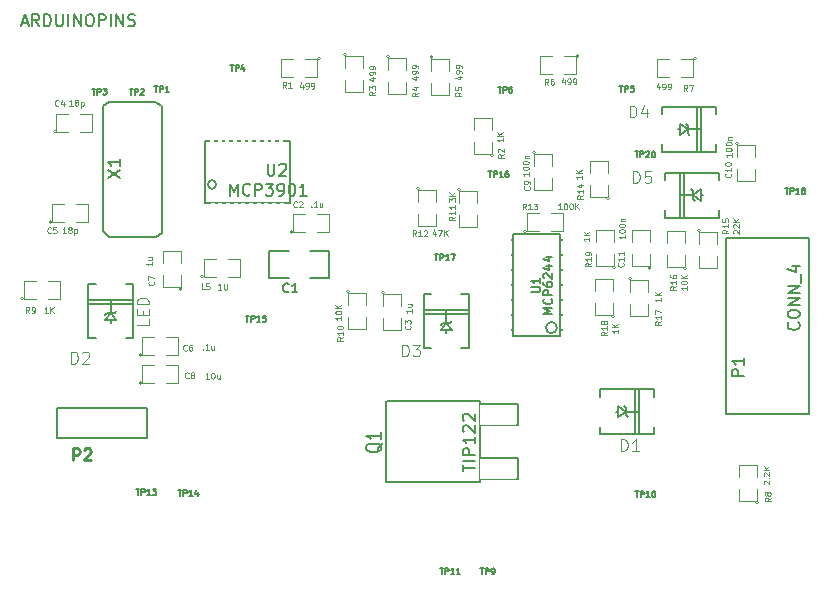
<source format=gto>
G04 (created by PCBNEW (2013-07-07 BZR 4022)-stable) date 9/23/2014 8:39:01 AM*
%MOIN*%
G04 Gerber Fmt 3.4, Leading zero omitted, Abs format*
%FSLAX34Y34*%
G01*
G70*
G90*
G04 APERTURE LIST*
%ADD10C,0.00590551*%
%ADD11C,0.005*%
%ADD12C,0.0039*%
%ADD13C,0.0043*%
%ADD14C,0.0025*%
%ADD15C,0.00984252*%
%ADD16C,0.0047*%
%ADD17C,0.0059*%
%ADD18C,0.008*%
%ADD19R,0.06X0.08*%
%ADD20R,0.055X0.035*%
%ADD21R,0.035X0.055*%
%ADD22C,0.07*%
%ADD23R,0.011811X0.0984252*%
%ADD24C,0.05*%
%ADD25R,0.0866X0.063*%
%ADD26R,0.063X0.0866*%
%ADD27O,0.06X0.1*%
%ADD28R,0.05X0.025*%
%ADD29R,0.12X0.065*%
%ADD30R,0.24X0.24*%
G04 APERTURE END LIST*
G54D10*
G54D11*
X81460Y-47920D02*
X81460Y-48820D01*
X81460Y-48820D02*
X82110Y-48820D01*
X82810Y-47920D02*
X83460Y-47920D01*
X83460Y-47920D02*
X83460Y-48820D01*
X83460Y-48820D02*
X82810Y-48820D01*
X82110Y-47920D02*
X81460Y-47920D01*
G54D12*
X93010Y-48460D02*
G75*
G03X93010Y-48460I-50J0D01*
G74*
G01*
X92960Y-48010D02*
X92960Y-48410D01*
X92960Y-48410D02*
X92360Y-48410D01*
X92360Y-48410D02*
X92360Y-48010D01*
X92360Y-47610D02*
X92360Y-47210D01*
X92360Y-47210D02*
X92960Y-47210D01*
X92960Y-47210D02*
X92960Y-47610D01*
X77230Y-52300D02*
G75*
G03X77230Y-52300I-50J0D01*
G74*
G01*
X77630Y-52300D02*
X77230Y-52300D01*
X77230Y-52300D02*
X77230Y-51700D01*
X77230Y-51700D02*
X77630Y-51700D01*
X78030Y-51700D02*
X78430Y-51700D01*
X78430Y-51700D02*
X78430Y-52300D01*
X78430Y-52300D02*
X78030Y-52300D01*
X78560Y-49170D02*
G75*
G03X78560Y-49170I-50J0D01*
G74*
G01*
X78510Y-48720D02*
X78510Y-49120D01*
X78510Y-49120D02*
X77910Y-49120D01*
X77910Y-49120D02*
X77910Y-48720D01*
X77910Y-48320D02*
X77910Y-47920D01*
X77910Y-47920D02*
X78510Y-47920D01*
X78510Y-47920D02*
X78510Y-48320D01*
X79280Y-48760D02*
G75*
G03X79280Y-48760I-50J0D01*
G74*
G01*
X79680Y-48760D02*
X79280Y-48760D01*
X79280Y-48760D02*
X79280Y-48160D01*
X79280Y-48160D02*
X79680Y-48160D01*
X80080Y-48160D02*
X80480Y-48160D01*
X80480Y-48160D02*
X80480Y-48760D01*
X80480Y-48760D02*
X80080Y-48760D01*
X74220Y-46930D02*
G75*
G03X74220Y-46930I-50J0D01*
G74*
G01*
X74620Y-46930D02*
X74220Y-46930D01*
X74220Y-46930D02*
X74220Y-46330D01*
X74220Y-46330D02*
X74620Y-46330D01*
X75020Y-46330D02*
X75420Y-46330D01*
X75420Y-46330D02*
X75420Y-46930D01*
X75420Y-46930D02*
X75020Y-46930D01*
X74370Y-43930D02*
G75*
G03X74370Y-43930I-50J0D01*
G74*
G01*
X74770Y-43930D02*
X74370Y-43930D01*
X74370Y-43930D02*
X74370Y-43330D01*
X74370Y-43330D02*
X74770Y-43330D01*
X75170Y-43330D02*
X75570Y-43330D01*
X75570Y-43330D02*
X75570Y-43930D01*
X75570Y-43930D02*
X75170Y-43930D01*
X77220Y-51380D02*
G75*
G03X77220Y-51380I-50J0D01*
G74*
G01*
X77620Y-51380D02*
X77220Y-51380D01*
X77220Y-51380D02*
X77220Y-50780D01*
X77220Y-50780D02*
X77620Y-50780D01*
X78020Y-50780D02*
X78420Y-50780D01*
X78420Y-50780D02*
X78420Y-51380D01*
X78420Y-51380D02*
X78020Y-51380D01*
X88940Y-44710D02*
G75*
G03X88940Y-44710I-50J0D01*
G74*
G01*
X88890Y-44260D02*
X88890Y-44660D01*
X88890Y-44660D02*
X88290Y-44660D01*
X88290Y-44660D02*
X88290Y-44260D01*
X88290Y-43860D02*
X88290Y-43460D01*
X88290Y-43460D02*
X88890Y-43460D01*
X88890Y-43460D02*
X88890Y-43860D01*
X82260Y-47264D02*
G75*
G03X82260Y-47264I-50J0D01*
G74*
G01*
X82660Y-47264D02*
X82260Y-47264D01*
X82260Y-47264D02*
X82260Y-46664D01*
X82260Y-46664D02*
X82660Y-46664D01*
X83060Y-46664D02*
X83460Y-46664D01*
X83460Y-46664D02*
X83460Y-47264D01*
X83460Y-47264D02*
X83060Y-47264D01*
X93540Y-48820D02*
G75*
G03X93540Y-48820I-50J0D01*
G74*
G01*
X93490Y-49270D02*
X93490Y-48870D01*
X93490Y-48870D02*
X94090Y-48870D01*
X94090Y-48870D02*
X94090Y-49270D01*
X94090Y-49670D02*
X94090Y-50070D01*
X94090Y-50070D02*
X93490Y-50070D01*
X93490Y-50070D02*
X93490Y-49670D01*
X92970Y-50080D02*
G75*
G03X92970Y-50080I-50J0D01*
G74*
G01*
X92920Y-49630D02*
X92920Y-50030D01*
X92920Y-50030D02*
X92320Y-50030D01*
X92320Y-50030D02*
X92320Y-49630D01*
X92320Y-49230D02*
X92320Y-48830D01*
X92320Y-48830D02*
X92920Y-48830D01*
X92920Y-48830D02*
X92920Y-49230D01*
X85300Y-49280D02*
G75*
G03X85300Y-49280I-50J0D01*
G74*
G01*
X85250Y-49730D02*
X85250Y-49330D01*
X85250Y-49330D02*
X85850Y-49330D01*
X85850Y-49330D02*
X85850Y-49730D01*
X85850Y-50130D02*
X85850Y-50530D01*
X85850Y-50530D02*
X85250Y-50530D01*
X85250Y-50530D02*
X85250Y-50130D01*
X95380Y-48480D02*
G75*
G03X95380Y-48480I-50J0D01*
G74*
G01*
X95330Y-48030D02*
X95330Y-48430D01*
X95330Y-48430D02*
X94730Y-48430D01*
X94730Y-48430D02*
X94730Y-48030D01*
X94730Y-47630D02*
X94730Y-47230D01*
X94730Y-47230D02*
X95330Y-47230D01*
X95330Y-47230D02*
X95330Y-47630D01*
X94190Y-48460D02*
G75*
G03X94190Y-48460I-50J0D01*
G74*
G01*
X94140Y-48010D02*
X94140Y-48410D01*
X94140Y-48410D02*
X93540Y-48410D01*
X93540Y-48410D02*
X93540Y-48010D01*
X93540Y-47610D02*
X93540Y-47210D01*
X93540Y-47210D02*
X94140Y-47210D01*
X94140Y-47210D02*
X94140Y-47610D01*
X97120Y-44320D02*
G75*
G03X97120Y-44320I-50J0D01*
G74*
G01*
X97070Y-44770D02*
X97070Y-44370D01*
X97070Y-44370D02*
X97670Y-44370D01*
X97670Y-44370D02*
X97670Y-44770D01*
X97670Y-45170D02*
X97670Y-45570D01*
X97670Y-45570D02*
X97070Y-45570D01*
X97070Y-45570D02*
X97070Y-45170D01*
X95840Y-47210D02*
G75*
G03X95840Y-47210I-50J0D01*
G74*
G01*
X95790Y-47660D02*
X95790Y-47260D01*
X95790Y-47260D02*
X96390Y-47260D01*
X96390Y-47260D02*
X96390Y-47660D01*
X96390Y-48060D02*
X96390Y-48460D01*
X96390Y-48460D02*
X95790Y-48460D01*
X95790Y-48460D02*
X95790Y-48060D01*
X90350Y-44620D02*
G75*
G03X90350Y-44620I-50J0D01*
G74*
G01*
X90300Y-45070D02*
X90300Y-44670D01*
X90300Y-44670D02*
X90900Y-44670D01*
X90900Y-44670D02*
X90900Y-45070D01*
X90900Y-45470D02*
X90900Y-45870D01*
X90900Y-45870D02*
X90300Y-45870D01*
X90300Y-45870D02*
X90300Y-45470D01*
X92810Y-46160D02*
G75*
G03X92810Y-46160I-50J0D01*
G74*
G01*
X92760Y-45710D02*
X92760Y-46110D01*
X92760Y-46110D02*
X92160Y-46110D01*
X92160Y-46110D02*
X92160Y-45710D01*
X92160Y-45310D02*
X92160Y-44910D01*
X92160Y-44910D02*
X92760Y-44910D01*
X92760Y-44910D02*
X92760Y-45310D01*
X86470Y-45820D02*
G75*
G03X86470Y-45820I-50J0D01*
G74*
G01*
X86420Y-46270D02*
X86420Y-45870D01*
X86420Y-45870D02*
X87020Y-45870D01*
X87020Y-45870D02*
X87020Y-46270D01*
X87020Y-46670D02*
X87020Y-47070D01*
X87020Y-47070D02*
X86420Y-47070D01*
X86420Y-47070D02*
X86420Y-46670D01*
X90050Y-47250D02*
G75*
G03X90050Y-47250I-50J0D01*
G74*
G01*
X90450Y-47250D02*
X90050Y-47250D01*
X90050Y-47250D02*
X90050Y-46650D01*
X90050Y-46650D02*
X90450Y-46650D01*
X90850Y-46650D02*
X91250Y-46650D01*
X91250Y-46650D02*
X91250Y-47250D01*
X91250Y-47250D02*
X90850Y-47250D01*
X87850Y-45850D02*
G75*
G03X87850Y-45850I-50J0D01*
G74*
G01*
X87800Y-46300D02*
X87800Y-45900D01*
X87800Y-45900D02*
X88400Y-45900D01*
X88400Y-45900D02*
X88400Y-46300D01*
X88400Y-46700D02*
X88400Y-47100D01*
X88400Y-47100D02*
X87800Y-47100D01*
X87800Y-47100D02*
X87800Y-46700D01*
X84140Y-49270D02*
G75*
G03X84140Y-49270I-50J0D01*
G74*
G01*
X84090Y-49720D02*
X84090Y-49320D01*
X84090Y-49320D02*
X84690Y-49320D01*
X84690Y-49320D02*
X84690Y-49720D01*
X84690Y-50120D02*
X84690Y-50520D01*
X84690Y-50520D02*
X84090Y-50520D01*
X84090Y-50520D02*
X84090Y-50120D01*
X83170Y-41490D02*
G75*
G03X83170Y-41490I-50J0D01*
G74*
G01*
X82670Y-41490D02*
X83070Y-41490D01*
X83070Y-41490D02*
X83070Y-42090D01*
X83070Y-42090D02*
X82670Y-42090D01*
X82270Y-42090D02*
X81870Y-42090D01*
X81870Y-42090D02*
X81870Y-41490D01*
X81870Y-41490D02*
X82270Y-41490D01*
X73285Y-49490D02*
G75*
G03X73285Y-49490I-50J0D01*
G74*
G01*
X73685Y-49490D02*
X73285Y-49490D01*
X73285Y-49490D02*
X73285Y-48890D01*
X73285Y-48890D02*
X73685Y-48890D01*
X74085Y-48890D02*
X74485Y-48890D01*
X74485Y-48890D02*
X74485Y-49490D01*
X74485Y-49490D02*
X74085Y-49490D01*
X84040Y-41340D02*
G75*
G03X84040Y-41340I-50J0D01*
G74*
G01*
X83990Y-41790D02*
X83990Y-41390D01*
X83990Y-41390D02*
X84590Y-41390D01*
X84590Y-41390D02*
X84590Y-41790D01*
X84590Y-42190D02*
X84590Y-42590D01*
X84590Y-42590D02*
X83990Y-42590D01*
X83990Y-42590D02*
X83990Y-42190D01*
X85470Y-41430D02*
G75*
G03X85470Y-41430I-50J0D01*
G74*
G01*
X85420Y-41880D02*
X85420Y-41480D01*
X85420Y-41480D02*
X86020Y-41480D01*
X86020Y-41480D02*
X86020Y-41880D01*
X86020Y-42280D02*
X86020Y-42680D01*
X86020Y-42680D02*
X85420Y-42680D01*
X85420Y-42680D02*
X85420Y-42280D01*
X86910Y-41440D02*
G75*
G03X86910Y-41440I-50J0D01*
G74*
G01*
X86860Y-41890D02*
X86860Y-41490D01*
X86860Y-41490D02*
X87460Y-41490D01*
X87460Y-41490D02*
X87460Y-41890D01*
X87460Y-42290D02*
X87460Y-42690D01*
X87460Y-42690D02*
X86860Y-42690D01*
X86860Y-42690D02*
X86860Y-42290D01*
X97770Y-56290D02*
G75*
G03X97770Y-56290I-50J0D01*
G74*
G01*
X97720Y-55840D02*
X97720Y-56240D01*
X97720Y-56240D02*
X97120Y-56240D01*
X97120Y-56240D02*
X97120Y-55840D01*
X97120Y-55440D02*
X97120Y-55040D01*
X97120Y-55040D02*
X97720Y-55040D01*
X97720Y-55040D02*
X97720Y-55440D01*
X95700Y-41490D02*
G75*
G03X95700Y-41490I-50J0D01*
G74*
G01*
X95200Y-41490D02*
X95600Y-41490D01*
X95600Y-41490D02*
X95600Y-42090D01*
X95600Y-42090D02*
X95200Y-42090D01*
X94800Y-42090D02*
X94400Y-42090D01*
X94400Y-42090D02*
X94400Y-41490D01*
X94400Y-41490D02*
X94800Y-41490D01*
X91800Y-41400D02*
G75*
G03X91800Y-41400I-50J0D01*
G74*
G01*
X91300Y-41400D02*
X91700Y-41400D01*
X91700Y-41400D02*
X91700Y-42000D01*
X91700Y-42000D02*
X91300Y-42000D01*
X90900Y-42000D02*
X90500Y-42000D01*
X90500Y-42000D02*
X90500Y-41400D01*
X90500Y-41400D02*
X90900Y-41400D01*
G54D10*
X79697Y-45687D02*
G75*
G03X79697Y-45687I-141J0D01*
G74*
G01*
X79319Y-44230D02*
X82154Y-44230D01*
X82154Y-44230D02*
X82154Y-46316D01*
X82154Y-46316D02*
X79319Y-46316D01*
X79319Y-46316D02*
X79319Y-44230D01*
X75931Y-43079D02*
X76128Y-42922D01*
X77900Y-43079D02*
X77663Y-42922D01*
X77703Y-47450D02*
X76128Y-47450D01*
X77703Y-47450D02*
X77900Y-47292D01*
X76128Y-47450D02*
X75931Y-47253D01*
X77900Y-47292D02*
X77900Y-43079D01*
X77663Y-42922D02*
X76128Y-42922D01*
X75931Y-43079D02*
X75931Y-47253D01*
X96700Y-53350D02*
X96700Y-47490D01*
X96700Y-47483D02*
X99455Y-47483D01*
X99455Y-53350D02*
X99455Y-47490D01*
X99455Y-53350D02*
X96700Y-53350D01*
X74400Y-54130D02*
X77400Y-54130D01*
X77400Y-54130D02*
X77400Y-53145D01*
X77400Y-53145D02*
X74400Y-53145D01*
X74400Y-53145D02*
X74400Y-54130D01*
G54D11*
X87370Y-50550D02*
X87370Y-50630D01*
X86620Y-51150D02*
X86620Y-49350D01*
X86620Y-49350D02*
X86870Y-49350D01*
X88120Y-49990D02*
X86620Y-49990D01*
X88120Y-49860D02*
X86620Y-49860D01*
X87870Y-51150D02*
X88120Y-51150D01*
X88120Y-51150D02*
X88120Y-49350D01*
X88120Y-49350D02*
X87870Y-49350D01*
X86870Y-51150D02*
X86620Y-51150D01*
X87370Y-50300D02*
X87183Y-50550D01*
X87183Y-50550D02*
X87370Y-50550D01*
X87370Y-50550D02*
X87557Y-50550D01*
X87557Y-50550D02*
X87370Y-50300D01*
X87370Y-50300D02*
X87245Y-50300D01*
X87245Y-50300D02*
X87183Y-50362D01*
X87370Y-50300D02*
X87495Y-50300D01*
X87495Y-50300D02*
X87557Y-50238D01*
X87370Y-50300D02*
X87370Y-49863D01*
X95840Y-46040D02*
X95920Y-46040D01*
X96440Y-46790D02*
X94640Y-46790D01*
X94640Y-46790D02*
X94640Y-46540D01*
X95280Y-45290D02*
X95280Y-46790D01*
X95150Y-45290D02*
X95150Y-46790D01*
X96440Y-45540D02*
X96440Y-45290D01*
X96440Y-45290D02*
X94640Y-45290D01*
X94640Y-45290D02*
X94640Y-45540D01*
X96440Y-46540D02*
X96440Y-46790D01*
X95590Y-46040D02*
X95840Y-46227D01*
X95840Y-46227D02*
X95840Y-46040D01*
X95840Y-46040D02*
X95840Y-45853D01*
X95840Y-45853D02*
X95590Y-46040D01*
X95590Y-46040D02*
X95590Y-46165D01*
X95590Y-46165D02*
X95652Y-46227D01*
X95590Y-46040D02*
X95590Y-45915D01*
X95590Y-45915D02*
X95528Y-45853D01*
X95590Y-46040D02*
X95153Y-46040D01*
X95160Y-43850D02*
X95080Y-43850D01*
X94560Y-43100D02*
X96360Y-43100D01*
X96360Y-43100D02*
X96360Y-43350D01*
X95720Y-44600D02*
X95720Y-43100D01*
X95850Y-44600D02*
X95850Y-43100D01*
X94560Y-44350D02*
X94560Y-44600D01*
X94560Y-44600D02*
X96360Y-44600D01*
X96360Y-44600D02*
X96360Y-44350D01*
X94560Y-43350D02*
X94560Y-43100D01*
X95410Y-43850D02*
X95160Y-43663D01*
X95160Y-43663D02*
X95160Y-43850D01*
X95160Y-43850D02*
X95160Y-44037D01*
X95160Y-44037D02*
X95410Y-43850D01*
X95410Y-43850D02*
X95410Y-43725D01*
X95410Y-43725D02*
X95348Y-43663D01*
X95410Y-43850D02*
X95410Y-43975D01*
X95410Y-43975D02*
X95472Y-44037D01*
X95410Y-43850D02*
X95847Y-43850D01*
X76185Y-50220D02*
X76185Y-50300D01*
X75435Y-50820D02*
X75435Y-49020D01*
X75435Y-49020D02*
X75685Y-49020D01*
X76935Y-49660D02*
X75435Y-49660D01*
X76935Y-49530D02*
X75435Y-49530D01*
X76685Y-50820D02*
X76935Y-50820D01*
X76935Y-50820D02*
X76935Y-49020D01*
X76935Y-49020D02*
X76685Y-49020D01*
X75685Y-50820D02*
X75435Y-50820D01*
X76185Y-49970D02*
X75998Y-50220D01*
X75998Y-50220D02*
X76185Y-50220D01*
X76185Y-50220D02*
X76372Y-50220D01*
X76372Y-50220D02*
X76185Y-49970D01*
X76185Y-49970D02*
X76060Y-49970D01*
X76060Y-49970D02*
X75998Y-50032D01*
X76185Y-49970D02*
X76310Y-49970D01*
X76310Y-49970D02*
X76372Y-49908D01*
X76185Y-49970D02*
X76185Y-49533D01*
X93100Y-53260D02*
X93020Y-53260D01*
X92500Y-52510D02*
X94300Y-52510D01*
X94300Y-52510D02*
X94300Y-52760D01*
X93660Y-54010D02*
X93660Y-52510D01*
X93790Y-54010D02*
X93790Y-52510D01*
X92500Y-53760D02*
X92500Y-54010D01*
X92500Y-54010D02*
X94300Y-54010D01*
X94300Y-54010D02*
X94300Y-53760D01*
X92500Y-52760D02*
X92500Y-52510D01*
X93350Y-53260D02*
X93100Y-53073D01*
X93100Y-53073D02*
X93100Y-53260D01*
X93100Y-53260D02*
X93100Y-53447D01*
X93100Y-53447D02*
X93350Y-53260D01*
X93350Y-53260D02*
X93350Y-53135D01*
X93350Y-53135D02*
X93288Y-53073D01*
X93350Y-53260D02*
X93350Y-53385D01*
X93350Y-53385D02*
X93412Y-53447D01*
X93350Y-53260D02*
X93787Y-53260D01*
X89600Y-50750D02*
X91160Y-50750D01*
X91160Y-50750D02*
X91160Y-47350D01*
X91160Y-47350D02*
X89600Y-47350D01*
X89600Y-47350D02*
X89600Y-50750D01*
X89600Y-50050D02*
X89170Y-50050D01*
X89600Y-49550D02*
X89170Y-49550D01*
X89600Y-49050D02*
X89170Y-49050D01*
X89600Y-50550D02*
X89170Y-50550D01*
X89170Y-48550D02*
X89600Y-48550D01*
X89170Y-48050D02*
X89600Y-48050D01*
X89170Y-47550D02*
X89600Y-47550D01*
X91160Y-47550D02*
X91590Y-47550D01*
X91160Y-48050D02*
X91590Y-48050D01*
X91160Y-50550D02*
X91590Y-50550D01*
X91590Y-50050D02*
X91160Y-50050D01*
X91590Y-48550D02*
X91160Y-48550D01*
X91590Y-49050D02*
X91160Y-49050D01*
X91590Y-49550D02*
X91160Y-49550D01*
X91056Y-50460D02*
G75*
G03X91056Y-50460I-186J0D01*
G74*
G01*
X88500Y-53720D02*
X89750Y-53720D01*
X89750Y-53720D02*
X89750Y-53020D01*
X89750Y-53020D02*
X88500Y-53020D01*
X88500Y-55520D02*
X89750Y-55520D01*
X89750Y-55520D02*
X89750Y-54820D01*
X89750Y-54820D02*
X88500Y-54820D01*
X86100Y-52920D02*
X88500Y-52920D01*
X88500Y-52920D02*
X88500Y-55620D01*
X88500Y-55620D02*
X85400Y-55620D01*
X85350Y-55620D02*
X85350Y-52920D01*
X85400Y-52920D02*
X86100Y-52920D01*
X82110Y-49252D02*
X82095Y-49267D01*
X82052Y-49281D01*
X82024Y-49281D01*
X81981Y-49267D01*
X81952Y-49238D01*
X81938Y-49210D01*
X81924Y-49152D01*
X81924Y-49110D01*
X81938Y-49052D01*
X81952Y-49024D01*
X81981Y-48995D01*
X82024Y-48981D01*
X82052Y-48981D01*
X82095Y-48995D01*
X82110Y-49010D01*
X82395Y-49281D02*
X82224Y-49281D01*
X82310Y-49281D02*
X82310Y-48981D01*
X82281Y-49024D01*
X82252Y-49052D01*
X82224Y-49067D01*
G54D13*
X92199Y-48306D02*
X92105Y-48372D01*
X92199Y-48419D02*
X92002Y-48419D01*
X92002Y-48344D01*
X92012Y-48325D01*
X92021Y-48316D01*
X92040Y-48306D01*
X92068Y-48306D01*
X92087Y-48316D01*
X92096Y-48325D01*
X92105Y-48344D01*
X92105Y-48419D01*
X92199Y-48119D02*
X92199Y-48231D01*
X92199Y-48175D02*
X92002Y-48175D01*
X92030Y-48194D01*
X92049Y-48212D01*
X92059Y-48231D01*
X92199Y-48025D02*
X92199Y-47987D01*
X92190Y-47968D01*
X92180Y-47959D01*
X92152Y-47940D01*
X92115Y-47931D01*
X92040Y-47931D01*
X92021Y-47940D01*
X92012Y-47950D01*
X92002Y-47968D01*
X92002Y-48006D01*
X92012Y-48025D01*
X92021Y-48034D01*
X92040Y-48043D01*
X92087Y-48043D01*
X92105Y-48034D01*
X92115Y-48025D01*
X92124Y-48006D01*
X92124Y-47968D01*
X92115Y-47950D01*
X92105Y-47940D01*
X92087Y-47931D01*
X92139Y-47462D02*
X92139Y-47574D01*
X92139Y-47518D02*
X91942Y-47518D01*
X91970Y-47537D01*
X91989Y-47556D01*
X91999Y-47574D01*
X92139Y-47377D02*
X91942Y-47377D01*
X92139Y-47265D02*
X92027Y-47349D01*
X91942Y-47265D02*
X92055Y-47377D01*
X78777Y-52130D02*
X78767Y-52140D01*
X78739Y-52149D01*
X78720Y-52149D01*
X78692Y-52140D01*
X78673Y-52121D01*
X78664Y-52102D01*
X78655Y-52065D01*
X78655Y-52037D01*
X78664Y-51999D01*
X78673Y-51980D01*
X78692Y-51962D01*
X78720Y-51952D01*
X78739Y-51952D01*
X78767Y-51962D01*
X78777Y-51971D01*
X78889Y-52037D02*
X78870Y-52027D01*
X78861Y-52018D01*
X78852Y-51999D01*
X78852Y-51990D01*
X78861Y-51971D01*
X78870Y-51962D01*
X78889Y-51952D01*
X78927Y-51952D01*
X78946Y-51962D01*
X78955Y-51971D01*
X78964Y-51990D01*
X78964Y-51999D01*
X78955Y-52018D01*
X78946Y-52027D01*
X78927Y-52037D01*
X78889Y-52037D01*
X78870Y-52046D01*
X78861Y-52055D01*
X78852Y-52074D01*
X78852Y-52112D01*
X78861Y-52130D01*
X78870Y-52140D01*
X78889Y-52149D01*
X78927Y-52149D01*
X78946Y-52140D01*
X78955Y-52130D01*
X78964Y-52112D01*
X78964Y-52074D01*
X78955Y-52055D01*
X78946Y-52046D01*
X78927Y-52037D01*
X79453Y-52159D02*
X79340Y-52159D01*
X79397Y-52159D02*
X79397Y-51962D01*
X79378Y-51990D01*
X79359Y-52009D01*
X79340Y-52019D01*
X79575Y-51962D02*
X79594Y-51962D01*
X79612Y-51972D01*
X79622Y-51981D01*
X79631Y-52000D01*
X79640Y-52037D01*
X79640Y-52084D01*
X79631Y-52122D01*
X79622Y-52140D01*
X79612Y-52150D01*
X79594Y-52159D01*
X79575Y-52159D01*
X79556Y-52150D01*
X79547Y-52140D01*
X79537Y-52122D01*
X79528Y-52084D01*
X79528Y-52037D01*
X79537Y-52000D01*
X79547Y-51981D01*
X79556Y-51972D01*
X79575Y-51962D01*
X79809Y-52028D02*
X79809Y-52159D01*
X79725Y-52028D02*
X79725Y-52131D01*
X79734Y-52150D01*
X79753Y-52159D01*
X79781Y-52159D01*
X79800Y-52150D01*
X79809Y-52140D01*
X77610Y-48922D02*
X77620Y-48932D01*
X77629Y-48960D01*
X77629Y-48979D01*
X77620Y-49007D01*
X77601Y-49026D01*
X77582Y-49035D01*
X77545Y-49044D01*
X77517Y-49044D01*
X77479Y-49035D01*
X77460Y-49026D01*
X77442Y-49007D01*
X77432Y-48979D01*
X77432Y-48960D01*
X77442Y-48932D01*
X77451Y-48922D01*
X77432Y-48857D02*
X77432Y-48725D01*
X77629Y-48810D01*
X77569Y-48272D02*
X77569Y-48385D01*
X77569Y-48329D02*
X77372Y-48329D01*
X77400Y-48347D01*
X77419Y-48366D01*
X77429Y-48385D01*
X77438Y-48103D02*
X77569Y-48103D01*
X77438Y-48188D02*
X77541Y-48188D01*
X77560Y-48179D01*
X77569Y-48160D01*
X77569Y-48132D01*
X77560Y-48113D01*
X77550Y-48103D01*
X79307Y-49179D02*
X79213Y-49179D01*
X79213Y-48982D01*
X79466Y-48982D02*
X79372Y-48982D01*
X79363Y-49076D01*
X79372Y-49067D01*
X79391Y-49057D01*
X79438Y-49057D01*
X79457Y-49067D01*
X79466Y-49076D01*
X79476Y-49095D01*
X79476Y-49142D01*
X79466Y-49160D01*
X79457Y-49170D01*
X79438Y-49179D01*
X79391Y-49179D01*
X79372Y-49170D01*
X79363Y-49160D01*
X79873Y-49189D02*
X79760Y-49189D01*
X79816Y-49189D02*
X79816Y-48992D01*
X79798Y-49020D01*
X79779Y-49039D01*
X79760Y-49049D01*
X79957Y-48992D02*
X79957Y-49152D01*
X79966Y-49170D01*
X79976Y-49180D01*
X79995Y-49189D01*
X80032Y-49189D01*
X80051Y-49180D01*
X80060Y-49170D01*
X80070Y-49152D01*
X80070Y-48992D01*
X74187Y-47290D02*
X74177Y-47300D01*
X74149Y-47309D01*
X74130Y-47309D01*
X74102Y-47300D01*
X74083Y-47281D01*
X74074Y-47262D01*
X74065Y-47225D01*
X74065Y-47197D01*
X74074Y-47159D01*
X74083Y-47140D01*
X74102Y-47122D01*
X74130Y-47112D01*
X74149Y-47112D01*
X74177Y-47122D01*
X74187Y-47131D01*
X74365Y-47112D02*
X74271Y-47112D01*
X74262Y-47206D01*
X74271Y-47197D01*
X74290Y-47187D01*
X74337Y-47187D01*
X74356Y-47197D01*
X74365Y-47206D01*
X74374Y-47225D01*
X74374Y-47272D01*
X74365Y-47290D01*
X74356Y-47300D01*
X74337Y-47309D01*
X74290Y-47309D01*
X74271Y-47300D01*
X74262Y-47290D01*
X74693Y-47309D02*
X74580Y-47309D01*
X74637Y-47309D02*
X74637Y-47112D01*
X74618Y-47140D01*
X74599Y-47159D01*
X74580Y-47169D01*
X74805Y-47197D02*
X74787Y-47187D01*
X74777Y-47178D01*
X74768Y-47159D01*
X74768Y-47150D01*
X74777Y-47131D01*
X74787Y-47122D01*
X74805Y-47112D01*
X74843Y-47112D01*
X74862Y-47122D01*
X74871Y-47131D01*
X74880Y-47150D01*
X74880Y-47159D01*
X74871Y-47178D01*
X74862Y-47187D01*
X74843Y-47197D01*
X74805Y-47197D01*
X74787Y-47206D01*
X74777Y-47215D01*
X74768Y-47234D01*
X74768Y-47272D01*
X74777Y-47290D01*
X74787Y-47300D01*
X74805Y-47309D01*
X74843Y-47309D01*
X74862Y-47300D01*
X74871Y-47290D01*
X74880Y-47272D01*
X74880Y-47234D01*
X74871Y-47215D01*
X74862Y-47206D01*
X74843Y-47197D01*
X74965Y-47178D02*
X74965Y-47375D01*
X74965Y-47187D02*
X74984Y-47178D01*
X75021Y-47178D01*
X75040Y-47187D01*
X75049Y-47197D01*
X75059Y-47215D01*
X75059Y-47272D01*
X75049Y-47290D01*
X75040Y-47300D01*
X75021Y-47309D01*
X74984Y-47309D01*
X74965Y-47300D01*
X74447Y-43050D02*
X74437Y-43060D01*
X74409Y-43069D01*
X74390Y-43069D01*
X74362Y-43060D01*
X74343Y-43041D01*
X74334Y-43022D01*
X74325Y-42985D01*
X74325Y-42957D01*
X74334Y-42919D01*
X74343Y-42900D01*
X74362Y-42882D01*
X74390Y-42872D01*
X74409Y-42872D01*
X74437Y-42882D01*
X74447Y-42891D01*
X74616Y-42938D02*
X74616Y-43069D01*
X74569Y-42863D02*
X74522Y-43004D01*
X74644Y-43004D01*
X74913Y-43059D02*
X74800Y-43059D01*
X74857Y-43059D02*
X74857Y-42862D01*
X74838Y-42890D01*
X74819Y-42909D01*
X74800Y-42919D01*
X75025Y-42947D02*
X75007Y-42937D01*
X74997Y-42928D01*
X74988Y-42909D01*
X74988Y-42900D01*
X74997Y-42881D01*
X75007Y-42872D01*
X75025Y-42862D01*
X75063Y-42862D01*
X75082Y-42872D01*
X75091Y-42881D01*
X75100Y-42900D01*
X75100Y-42909D01*
X75091Y-42928D01*
X75082Y-42937D01*
X75063Y-42947D01*
X75025Y-42947D01*
X75007Y-42956D01*
X74997Y-42965D01*
X74988Y-42984D01*
X74988Y-43022D01*
X74997Y-43040D01*
X75007Y-43050D01*
X75025Y-43059D01*
X75063Y-43059D01*
X75082Y-43050D01*
X75091Y-43040D01*
X75100Y-43022D01*
X75100Y-42984D01*
X75091Y-42965D01*
X75082Y-42956D01*
X75063Y-42947D01*
X75185Y-42928D02*
X75185Y-43125D01*
X75185Y-42937D02*
X75204Y-42928D01*
X75241Y-42928D01*
X75260Y-42937D01*
X75269Y-42947D01*
X75279Y-42965D01*
X75279Y-43022D01*
X75269Y-43040D01*
X75260Y-43050D01*
X75241Y-43059D01*
X75204Y-43059D01*
X75185Y-43050D01*
X78717Y-51210D02*
X78707Y-51220D01*
X78679Y-51229D01*
X78660Y-51229D01*
X78632Y-51220D01*
X78613Y-51201D01*
X78604Y-51182D01*
X78595Y-51145D01*
X78595Y-51117D01*
X78604Y-51079D01*
X78613Y-51060D01*
X78632Y-51042D01*
X78660Y-51032D01*
X78679Y-51032D01*
X78707Y-51042D01*
X78717Y-51051D01*
X78886Y-51032D02*
X78848Y-51032D01*
X78829Y-51042D01*
X78820Y-51051D01*
X78801Y-51079D01*
X78792Y-51117D01*
X78792Y-51192D01*
X78801Y-51210D01*
X78810Y-51220D01*
X78829Y-51229D01*
X78867Y-51229D01*
X78886Y-51220D01*
X78895Y-51210D01*
X78904Y-51192D01*
X78904Y-51145D01*
X78895Y-51126D01*
X78886Y-51117D01*
X78867Y-51107D01*
X78829Y-51107D01*
X78810Y-51117D01*
X78801Y-51126D01*
X78792Y-51145D01*
X79257Y-51170D02*
X79266Y-51180D01*
X79257Y-51189D01*
X79247Y-51180D01*
X79257Y-51170D01*
X79257Y-51189D01*
X79454Y-51189D02*
X79341Y-51189D01*
X79397Y-51189D02*
X79397Y-50992D01*
X79379Y-51020D01*
X79360Y-51039D01*
X79341Y-51049D01*
X79622Y-51058D02*
X79622Y-51189D01*
X79538Y-51058D02*
X79538Y-51161D01*
X79547Y-51180D01*
X79566Y-51189D01*
X79594Y-51189D01*
X79613Y-51180D01*
X79622Y-51170D01*
X89279Y-44682D02*
X89185Y-44748D01*
X89279Y-44795D02*
X89082Y-44795D01*
X89082Y-44720D01*
X89092Y-44701D01*
X89101Y-44692D01*
X89120Y-44682D01*
X89148Y-44682D01*
X89167Y-44692D01*
X89176Y-44701D01*
X89185Y-44720D01*
X89185Y-44795D01*
X89101Y-44607D02*
X89092Y-44598D01*
X89082Y-44579D01*
X89082Y-44532D01*
X89092Y-44513D01*
X89101Y-44504D01*
X89120Y-44495D01*
X89139Y-44495D01*
X89167Y-44504D01*
X89279Y-44617D01*
X89279Y-44495D01*
X89249Y-44142D02*
X89249Y-44254D01*
X89249Y-44198D02*
X89052Y-44198D01*
X89080Y-44217D01*
X89099Y-44236D01*
X89109Y-44254D01*
X89249Y-44057D02*
X89052Y-44057D01*
X89249Y-43945D02*
X89137Y-44029D01*
X89052Y-43945D02*
X89165Y-44057D01*
X82387Y-46430D02*
X82377Y-46440D01*
X82349Y-46449D01*
X82330Y-46449D01*
X82302Y-46440D01*
X82283Y-46421D01*
X82274Y-46402D01*
X82265Y-46365D01*
X82265Y-46337D01*
X82274Y-46299D01*
X82283Y-46280D01*
X82302Y-46262D01*
X82330Y-46252D01*
X82349Y-46252D01*
X82377Y-46262D01*
X82387Y-46271D01*
X82462Y-46271D02*
X82471Y-46262D01*
X82490Y-46252D01*
X82537Y-46252D01*
X82556Y-46262D01*
X82565Y-46271D01*
X82574Y-46290D01*
X82574Y-46309D01*
X82565Y-46337D01*
X82452Y-46449D01*
X82574Y-46449D01*
X82867Y-46420D02*
X82876Y-46430D01*
X82867Y-46439D01*
X82857Y-46430D01*
X82867Y-46420D01*
X82867Y-46439D01*
X83064Y-46439D02*
X82951Y-46439D01*
X83007Y-46439D02*
X83007Y-46242D01*
X82989Y-46270D01*
X82970Y-46289D01*
X82951Y-46299D01*
X83232Y-46308D02*
X83232Y-46439D01*
X83148Y-46308D02*
X83148Y-46411D01*
X83157Y-46430D01*
X83176Y-46439D01*
X83204Y-46439D01*
X83223Y-46430D01*
X83232Y-46420D01*
X94519Y-50246D02*
X94425Y-50312D01*
X94519Y-50359D02*
X94322Y-50359D01*
X94322Y-50284D01*
X94332Y-50265D01*
X94341Y-50256D01*
X94360Y-50246D01*
X94388Y-50246D01*
X94407Y-50256D01*
X94416Y-50265D01*
X94425Y-50284D01*
X94425Y-50359D01*
X94519Y-50059D02*
X94519Y-50171D01*
X94519Y-50115D02*
X94322Y-50115D01*
X94350Y-50134D01*
X94369Y-50152D01*
X94379Y-50171D01*
X94322Y-49993D02*
X94322Y-49862D01*
X94519Y-49946D01*
X94509Y-49472D02*
X94509Y-49584D01*
X94509Y-49528D02*
X94312Y-49528D01*
X94340Y-49547D01*
X94359Y-49566D01*
X94369Y-49584D01*
X94509Y-49387D02*
X94312Y-49387D01*
X94509Y-49275D02*
X94397Y-49359D01*
X94312Y-49275D02*
X94425Y-49387D01*
X92719Y-50606D02*
X92625Y-50672D01*
X92719Y-50719D02*
X92522Y-50719D01*
X92522Y-50644D01*
X92532Y-50625D01*
X92541Y-50616D01*
X92560Y-50606D01*
X92588Y-50606D01*
X92607Y-50616D01*
X92616Y-50625D01*
X92625Y-50644D01*
X92625Y-50719D01*
X92719Y-50419D02*
X92719Y-50531D01*
X92719Y-50475D02*
X92522Y-50475D01*
X92550Y-50494D01*
X92569Y-50512D01*
X92579Y-50531D01*
X92607Y-50306D02*
X92597Y-50325D01*
X92588Y-50334D01*
X92569Y-50343D01*
X92560Y-50343D01*
X92541Y-50334D01*
X92532Y-50325D01*
X92522Y-50306D01*
X92522Y-50268D01*
X92532Y-50250D01*
X92541Y-50240D01*
X92560Y-50231D01*
X92569Y-50231D01*
X92588Y-50240D01*
X92597Y-50250D01*
X92607Y-50268D01*
X92607Y-50306D01*
X92616Y-50325D01*
X92625Y-50334D01*
X92644Y-50343D01*
X92682Y-50343D01*
X92700Y-50334D01*
X92710Y-50325D01*
X92719Y-50306D01*
X92719Y-50268D01*
X92710Y-50250D01*
X92700Y-50240D01*
X92682Y-50231D01*
X92644Y-50231D01*
X92625Y-50240D01*
X92616Y-50250D01*
X92607Y-50268D01*
X93099Y-50522D02*
X93099Y-50634D01*
X93099Y-50578D02*
X92902Y-50578D01*
X92930Y-50597D01*
X92949Y-50616D01*
X92959Y-50634D01*
X93099Y-50437D02*
X92902Y-50437D01*
X93099Y-50325D02*
X92987Y-50409D01*
X92902Y-50325D02*
X93015Y-50437D01*
X86160Y-50392D02*
X86170Y-50402D01*
X86179Y-50430D01*
X86179Y-50449D01*
X86170Y-50477D01*
X86151Y-50496D01*
X86132Y-50505D01*
X86095Y-50514D01*
X86067Y-50514D01*
X86029Y-50505D01*
X86010Y-50496D01*
X85992Y-50477D01*
X85982Y-50449D01*
X85982Y-50430D01*
X85992Y-50402D01*
X86001Y-50392D01*
X85982Y-50327D02*
X85982Y-50205D01*
X86057Y-50270D01*
X86057Y-50242D01*
X86067Y-50223D01*
X86076Y-50214D01*
X86095Y-50205D01*
X86142Y-50205D01*
X86160Y-50214D01*
X86170Y-50223D01*
X86179Y-50242D01*
X86179Y-50299D01*
X86170Y-50317D01*
X86160Y-50327D01*
X86209Y-49852D02*
X86209Y-49965D01*
X86209Y-49909D02*
X86012Y-49909D01*
X86040Y-49927D01*
X86059Y-49946D01*
X86069Y-49965D01*
X86078Y-49683D02*
X86209Y-49683D01*
X86078Y-49768D02*
X86181Y-49768D01*
X86200Y-49759D01*
X86209Y-49740D01*
X86209Y-49712D01*
X86200Y-49693D01*
X86190Y-49683D01*
X95029Y-49076D02*
X94935Y-49142D01*
X95029Y-49189D02*
X94832Y-49189D01*
X94832Y-49114D01*
X94842Y-49095D01*
X94851Y-49086D01*
X94870Y-49076D01*
X94898Y-49076D01*
X94917Y-49086D01*
X94926Y-49095D01*
X94935Y-49114D01*
X94935Y-49189D01*
X95029Y-48889D02*
X95029Y-49001D01*
X95029Y-48945D02*
X94832Y-48945D01*
X94860Y-48964D01*
X94879Y-48982D01*
X94889Y-49001D01*
X94832Y-48720D02*
X94832Y-48757D01*
X94842Y-48776D01*
X94851Y-48785D01*
X94879Y-48804D01*
X94917Y-48813D01*
X94992Y-48813D01*
X95010Y-48804D01*
X95020Y-48795D01*
X95029Y-48776D01*
X95029Y-48738D01*
X95020Y-48720D01*
X95010Y-48710D01*
X94992Y-48701D01*
X94945Y-48701D01*
X94926Y-48710D01*
X94917Y-48720D01*
X94907Y-48738D01*
X94907Y-48776D01*
X94917Y-48795D01*
X94926Y-48804D01*
X94945Y-48813D01*
X95389Y-49086D02*
X95389Y-49198D01*
X95389Y-49142D02*
X95192Y-49142D01*
X95220Y-49161D01*
X95239Y-49179D01*
X95249Y-49198D01*
X95192Y-48964D02*
X95192Y-48945D01*
X95202Y-48926D01*
X95211Y-48917D01*
X95230Y-48907D01*
X95267Y-48898D01*
X95314Y-48898D01*
X95352Y-48907D01*
X95370Y-48917D01*
X95380Y-48926D01*
X95389Y-48945D01*
X95389Y-48964D01*
X95380Y-48982D01*
X95370Y-48992D01*
X95352Y-49001D01*
X95314Y-49010D01*
X95267Y-49010D01*
X95230Y-49001D01*
X95211Y-48992D01*
X95202Y-48982D01*
X95192Y-48964D01*
X95389Y-48813D02*
X95192Y-48813D01*
X95389Y-48701D02*
X95277Y-48785D01*
X95192Y-48701D02*
X95305Y-48813D01*
X93260Y-48306D02*
X93270Y-48316D01*
X93279Y-48344D01*
X93279Y-48362D01*
X93270Y-48391D01*
X93251Y-48409D01*
X93232Y-48419D01*
X93195Y-48428D01*
X93167Y-48428D01*
X93129Y-48419D01*
X93110Y-48409D01*
X93092Y-48391D01*
X93082Y-48362D01*
X93082Y-48344D01*
X93092Y-48316D01*
X93101Y-48306D01*
X93279Y-48119D02*
X93279Y-48231D01*
X93279Y-48175D02*
X93082Y-48175D01*
X93110Y-48194D01*
X93129Y-48212D01*
X93139Y-48231D01*
X93279Y-47931D02*
X93279Y-48043D01*
X93279Y-47987D02*
X93082Y-47987D01*
X93110Y-48006D01*
X93129Y-48025D01*
X93139Y-48043D01*
X93319Y-47370D02*
X93319Y-47483D01*
X93319Y-47426D02*
X93122Y-47426D01*
X93150Y-47445D01*
X93169Y-47464D01*
X93179Y-47483D01*
X93122Y-47248D02*
X93122Y-47229D01*
X93132Y-47210D01*
X93141Y-47201D01*
X93160Y-47192D01*
X93197Y-47182D01*
X93244Y-47182D01*
X93282Y-47192D01*
X93300Y-47201D01*
X93310Y-47210D01*
X93319Y-47229D01*
X93319Y-47248D01*
X93310Y-47267D01*
X93300Y-47276D01*
X93282Y-47286D01*
X93244Y-47295D01*
X93197Y-47295D01*
X93160Y-47286D01*
X93141Y-47276D01*
X93132Y-47267D01*
X93122Y-47248D01*
X93122Y-47060D02*
X93122Y-47042D01*
X93132Y-47023D01*
X93141Y-47013D01*
X93160Y-47004D01*
X93197Y-46995D01*
X93244Y-46995D01*
X93282Y-47004D01*
X93300Y-47013D01*
X93310Y-47023D01*
X93319Y-47042D01*
X93319Y-47060D01*
X93310Y-47079D01*
X93300Y-47089D01*
X93282Y-47098D01*
X93244Y-47107D01*
X93197Y-47107D01*
X93160Y-47098D01*
X93141Y-47089D01*
X93132Y-47079D01*
X93122Y-47060D01*
X93188Y-46910D02*
X93319Y-46910D01*
X93207Y-46910D02*
X93197Y-46901D01*
X93188Y-46882D01*
X93188Y-46854D01*
X93197Y-46835D01*
X93216Y-46826D01*
X93319Y-46826D01*
X96840Y-45326D02*
X96850Y-45336D01*
X96859Y-45364D01*
X96859Y-45382D01*
X96850Y-45411D01*
X96831Y-45429D01*
X96812Y-45439D01*
X96775Y-45448D01*
X96747Y-45448D01*
X96709Y-45439D01*
X96690Y-45429D01*
X96672Y-45411D01*
X96662Y-45382D01*
X96662Y-45364D01*
X96672Y-45336D01*
X96681Y-45326D01*
X96859Y-45139D02*
X96859Y-45251D01*
X96859Y-45195D02*
X96662Y-45195D01*
X96690Y-45214D01*
X96709Y-45232D01*
X96719Y-45251D01*
X96662Y-45017D02*
X96662Y-44998D01*
X96672Y-44979D01*
X96681Y-44970D01*
X96700Y-44960D01*
X96737Y-44951D01*
X96784Y-44951D01*
X96822Y-44960D01*
X96840Y-44970D01*
X96850Y-44979D01*
X96859Y-44998D01*
X96859Y-45017D01*
X96850Y-45035D01*
X96840Y-45045D01*
X96822Y-45054D01*
X96784Y-45063D01*
X96737Y-45063D01*
X96700Y-45054D01*
X96681Y-45045D01*
X96672Y-45035D01*
X96662Y-45017D01*
X96879Y-44650D02*
X96879Y-44763D01*
X96879Y-44706D02*
X96682Y-44706D01*
X96710Y-44725D01*
X96729Y-44744D01*
X96739Y-44763D01*
X96682Y-44528D02*
X96682Y-44509D01*
X96692Y-44490D01*
X96701Y-44481D01*
X96720Y-44472D01*
X96757Y-44462D01*
X96804Y-44462D01*
X96842Y-44472D01*
X96860Y-44481D01*
X96870Y-44490D01*
X96879Y-44509D01*
X96879Y-44528D01*
X96870Y-44547D01*
X96860Y-44556D01*
X96842Y-44566D01*
X96804Y-44575D01*
X96757Y-44575D01*
X96720Y-44566D01*
X96701Y-44556D01*
X96692Y-44547D01*
X96682Y-44528D01*
X96682Y-44340D02*
X96682Y-44322D01*
X96692Y-44303D01*
X96701Y-44293D01*
X96720Y-44284D01*
X96757Y-44275D01*
X96804Y-44275D01*
X96842Y-44284D01*
X96860Y-44293D01*
X96870Y-44303D01*
X96879Y-44322D01*
X96879Y-44340D01*
X96870Y-44359D01*
X96860Y-44369D01*
X96842Y-44378D01*
X96804Y-44387D01*
X96757Y-44387D01*
X96720Y-44378D01*
X96701Y-44369D01*
X96692Y-44359D01*
X96682Y-44340D01*
X96748Y-44190D02*
X96879Y-44190D01*
X96767Y-44190D02*
X96757Y-44181D01*
X96748Y-44162D01*
X96748Y-44134D01*
X96757Y-44115D01*
X96776Y-44106D01*
X96879Y-44106D01*
X96769Y-47196D02*
X96675Y-47262D01*
X96769Y-47309D02*
X96572Y-47309D01*
X96572Y-47234D01*
X96582Y-47215D01*
X96591Y-47206D01*
X96610Y-47196D01*
X96638Y-47196D01*
X96657Y-47206D01*
X96666Y-47215D01*
X96675Y-47234D01*
X96675Y-47309D01*
X96769Y-47009D02*
X96769Y-47121D01*
X96769Y-47065D02*
X96572Y-47065D01*
X96600Y-47084D01*
X96619Y-47102D01*
X96629Y-47121D01*
X96572Y-46830D02*
X96572Y-46924D01*
X96666Y-46933D01*
X96657Y-46924D01*
X96647Y-46905D01*
X96647Y-46858D01*
X96657Y-46840D01*
X96666Y-46830D01*
X96685Y-46821D01*
X96732Y-46821D01*
X96750Y-46830D01*
X96760Y-46840D01*
X96769Y-46858D01*
X96769Y-46905D01*
X96760Y-46924D01*
X96750Y-46933D01*
X96941Y-47318D02*
X96932Y-47309D01*
X96922Y-47290D01*
X96922Y-47243D01*
X96932Y-47224D01*
X96941Y-47215D01*
X96960Y-47206D01*
X96979Y-47206D01*
X97007Y-47215D01*
X97119Y-47327D01*
X97119Y-47206D01*
X96941Y-47130D02*
X96932Y-47121D01*
X96922Y-47102D01*
X96922Y-47055D01*
X96932Y-47037D01*
X96941Y-47027D01*
X96960Y-47018D01*
X96979Y-47018D01*
X97007Y-47027D01*
X97119Y-47140D01*
X97119Y-47018D01*
X97119Y-46933D02*
X96922Y-46933D01*
X97119Y-46821D02*
X97007Y-46905D01*
X96922Y-46821D02*
X97035Y-46933D01*
X90130Y-45752D02*
X90140Y-45762D01*
X90149Y-45790D01*
X90149Y-45809D01*
X90140Y-45837D01*
X90121Y-45856D01*
X90102Y-45865D01*
X90065Y-45874D01*
X90037Y-45874D01*
X89999Y-45865D01*
X89980Y-45856D01*
X89962Y-45837D01*
X89952Y-45809D01*
X89952Y-45790D01*
X89962Y-45762D01*
X89971Y-45752D01*
X90149Y-45659D02*
X90149Y-45621D01*
X90140Y-45602D01*
X90130Y-45593D01*
X90102Y-45574D01*
X90065Y-45565D01*
X89990Y-45565D01*
X89971Y-45574D01*
X89962Y-45583D01*
X89952Y-45602D01*
X89952Y-45640D01*
X89962Y-45659D01*
X89971Y-45668D01*
X89990Y-45677D01*
X90037Y-45677D01*
X90055Y-45668D01*
X90065Y-45659D01*
X90074Y-45640D01*
X90074Y-45602D01*
X90065Y-45583D01*
X90055Y-45574D01*
X90037Y-45565D01*
X90109Y-45280D02*
X90109Y-45393D01*
X90109Y-45336D02*
X89912Y-45336D01*
X89940Y-45355D01*
X89959Y-45374D01*
X89969Y-45393D01*
X89912Y-45158D02*
X89912Y-45139D01*
X89922Y-45120D01*
X89931Y-45111D01*
X89950Y-45102D01*
X89987Y-45092D01*
X90034Y-45092D01*
X90072Y-45102D01*
X90090Y-45111D01*
X90100Y-45120D01*
X90109Y-45139D01*
X90109Y-45158D01*
X90100Y-45177D01*
X90090Y-45186D01*
X90072Y-45196D01*
X90034Y-45205D01*
X89987Y-45205D01*
X89950Y-45196D01*
X89931Y-45186D01*
X89922Y-45177D01*
X89912Y-45158D01*
X89912Y-44970D02*
X89912Y-44952D01*
X89922Y-44933D01*
X89931Y-44923D01*
X89950Y-44914D01*
X89987Y-44905D01*
X90034Y-44905D01*
X90072Y-44914D01*
X90090Y-44923D01*
X90100Y-44933D01*
X90109Y-44952D01*
X90109Y-44970D01*
X90100Y-44989D01*
X90090Y-44999D01*
X90072Y-45008D01*
X90034Y-45017D01*
X89987Y-45017D01*
X89950Y-45008D01*
X89931Y-44999D01*
X89922Y-44989D01*
X89912Y-44970D01*
X89978Y-44820D02*
X90109Y-44820D01*
X89997Y-44820D02*
X89987Y-44811D01*
X89978Y-44792D01*
X89978Y-44764D01*
X89987Y-44745D01*
X90006Y-44736D01*
X90109Y-44736D01*
X91929Y-46046D02*
X91835Y-46112D01*
X91929Y-46159D02*
X91732Y-46159D01*
X91732Y-46084D01*
X91742Y-46065D01*
X91751Y-46056D01*
X91770Y-46046D01*
X91798Y-46046D01*
X91817Y-46056D01*
X91826Y-46065D01*
X91835Y-46084D01*
X91835Y-46159D01*
X91929Y-45859D02*
X91929Y-45971D01*
X91929Y-45915D02*
X91732Y-45915D01*
X91760Y-45934D01*
X91779Y-45952D01*
X91789Y-45971D01*
X91798Y-45690D02*
X91929Y-45690D01*
X91723Y-45737D02*
X91864Y-45783D01*
X91864Y-45662D01*
X91879Y-45392D02*
X91879Y-45504D01*
X91879Y-45448D02*
X91682Y-45448D01*
X91710Y-45467D01*
X91729Y-45486D01*
X91739Y-45504D01*
X91879Y-45307D02*
X91682Y-45307D01*
X91879Y-45195D02*
X91767Y-45279D01*
X91682Y-45195D02*
X91795Y-45307D01*
X86363Y-47409D02*
X86297Y-47315D01*
X86250Y-47409D02*
X86250Y-47212D01*
X86325Y-47212D01*
X86344Y-47222D01*
X86353Y-47231D01*
X86363Y-47250D01*
X86363Y-47278D01*
X86353Y-47297D01*
X86344Y-47306D01*
X86325Y-47315D01*
X86250Y-47315D01*
X86550Y-47409D02*
X86438Y-47409D01*
X86494Y-47409D02*
X86494Y-47212D01*
X86475Y-47240D01*
X86457Y-47259D01*
X86438Y-47269D01*
X86626Y-47231D02*
X86635Y-47222D01*
X86654Y-47212D01*
X86701Y-47212D01*
X86719Y-47222D01*
X86729Y-47231D01*
X86738Y-47250D01*
X86738Y-47269D01*
X86729Y-47297D01*
X86616Y-47409D01*
X86738Y-47409D01*
X87005Y-47258D02*
X87005Y-47389D01*
X86958Y-47183D02*
X86911Y-47324D01*
X87033Y-47324D01*
X87089Y-47192D02*
X87220Y-47192D01*
X87136Y-47389D01*
X87296Y-47389D02*
X87296Y-47192D01*
X87408Y-47389D02*
X87324Y-47277D01*
X87408Y-47192D02*
X87296Y-47305D01*
X90023Y-46519D02*
X89957Y-46425D01*
X89910Y-46519D02*
X89910Y-46322D01*
X89985Y-46322D01*
X90004Y-46332D01*
X90013Y-46341D01*
X90023Y-46360D01*
X90023Y-46388D01*
X90013Y-46407D01*
X90004Y-46416D01*
X89985Y-46425D01*
X89910Y-46425D01*
X90210Y-46519D02*
X90098Y-46519D01*
X90154Y-46519D02*
X90154Y-46322D01*
X90135Y-46350D01*
X90117Y-46369D01*
X90098Y-46379D01*
X90276Y-46322D02*
X90398Y-46322D01*
X90332Y-46397D01*
X90361Y-46397D01*
X90379Y-46407D01*
X90389Y-46416D01*
X90398Y-46435D01*
X90398Y-46482D01*
X90389Y-46500D01*
X90379Y-46510D01*
X90361Y-46519D01*
X90304Y-46519D01*
X90286Y-46510D01*
X90276Y-46500D01*
X91210Y-46509D02*
X91097Y-46509D01*
X91153Y-46509D02*
X91153Y-46312D01*
X91135Y-46340D01*
X91116Y-46359D01*
X91097Y-46369D01*
X91332Y-46312D02*
X91350Y-46312D01*
X91369Y-46322D01*
X91379Y-46331D01*
X91388Y-46350D01*
X91397Y-46387D01*
X91397Y-46434D01*
X91388Y-46472D01*
X91379Y-46490D01*
X91369Y-46500D01*
X91350Y-46509D01*
X91332Y-46509D01*
X91313Y-46500D01*
X91303Y-46490D01*
X91294Y-46472D01*
X91285Y-46434D01*
X91285Y-46387D01*
X91294Y-46350D01*
X91303Y-46331D01*
X91313Y-46322D01*
X91332Y-46312D01*
X91519Y-46312D02*
X91538Y-46312D01*
X91557Y-46322D01*
X91566Y-46331D01*
X91576Y-46350D01*
X91585Y-46387D01*
X91585Y-46434D01*
X91576Y-46472D01*
X91566Y-46490D01*
X91557Y-46500D01*
X91538Y-46509D01*
X91519Y-46509D01*
X91500Y-46500D01*
X91491Y-46490D01*
X91482Y-46472D01*
X91472Y-46434D01*
X91472Y-46387D01*
X91482Y-46350D01*
X91491Y-46331D01*
X91500Y-46322D01*
X91519Y-46312D01*
X91669Y-46509D02*
X91669Y-46312D01*
X91782Y-46509D02*
X91697Y-46397D01*
X91782Y-46312D02*
X91669Y-46425D01*
X87659Y-46756D02*
X87565Y-46822D01*
X87659Y-46869D02*
X87462Y-46869D01*
X87462Y-46794D01*
X87472Y-46775D01*
X87481Y-46766D01*
X87500Y-46756D01*
X87528Y-46756D01*
X87547Y-46766D01*
X87556Y-46775D01*
X87565Y-46794D01*
X87565Y-46869D01*
X87659Y-46569D02*
X87659Y-46681D01*
X87659Y-46625D02*
X87462Y-46625D01*
X87490Y-46644D01*
X87509Y-46662D01*
X87519Y-46681D01*
X87659Y-46381D02*
X87659Y-46493D01*
X87659Y-46437D02*
X87462Y-46437D01*
X87490Y-46456D01*
X87509Y-46475D01*
X87519Y-46493D01*
X87462Y-46264D02*
X87462Y-46142D01*
X87537Y-46207D01*
X87537Y-46179D01*
X87547Y-46160D01*
X87556Y-46151D01*
X87575Y-46142D01*
X87622Y-46142D01*
X87640Y-46151D01*
X87650Y-46160D01*
X87659Y-46179D01*
X87659Y-46236D01*
X87650Y-46254D01*
X87640Y-46264D01*
X87659Y-46057D02*
X87462Y-46057D01*
X87659Y-45945D02*
X87547Y-46029D01*
X87462Y-45945D02*
X87575Y-46057D01*
X83919Y-50776D02*
X83825Y-50842D01*
X83919Y-50889D02*
X83722Y-50889D01*
X83722Y-50814D01*
X83732Y-50795D01*
X83741Y-50786D01*
X83760Y-50776D01*
X83788Y-50776D01*
X83807Y-50786D01*
X83816Y-50795D01*
X83825Y-50814D01*
X83825Y-50889D01*
X83919Y-50589D02*
X83919Y-50701D01*
X83919Y-50645D02*
X83722Y-50645D01*
X83750Y-50664D01*
X83769Y-50682D01*
X83779Y-50701D01*
X83722Y-50467D02*
X83722Y-50448D01*
X83732Y-50429D01*
X83741Y-50420D01*
X83760Y-50410D01*
X83797Y-50401D01*
X83844Y-50401D01*
X83882Y-50410D01*
X83900Y-50420D01*
X83910Y-50429D01*
X83919Y-50448D01*
X83919Y-50467D01*
X83910Y-50485D01*
X83900Y-50495D01*
X83882Y-50504D01*
X83844Y-50513D01*
X83797Y-50513D01*
X83760Y-50504D01*
X83741Y-50495D01*
X83732Y-50485D01*
X83722Y-50467D01*
X83869Y-50086D02*
X83869Y-50198D01*
X83869Y-50142D02*
X83672Y-50142D01*
X83700Y-50161D01*
X83719Y-50179D01*
X83729Y-50198D01*
X83672Y-49964D02*
X83672Y-49945D01*
X83682Y-49926D01*
X83691Y-49917D01*
X83710Y-49907D01*
X83747Y-49898D01*
X83794Y-49898D01*
X83832Y-49907D01*
X83850Y-49917D01*
X83860Y-49926D01*
X83869Y-49945D01*
X83869Y-49964D01*
X83860Y-49982D01*
X83850Y-49992D01*
X83832Y-50001D01*
X83794Y-50010D01*
X83747Y-50010D01*
X83710Y-50001D01*
X83691Y-49992D01*
X83682Y-49982D01*
X83672Y-49964D01*
X83869Y-49813D02*
X83672Y-49813D01*
X83869Y-49701D02*
X83757Y-49785D01*
X83672Y-49701D02*
X83785Y-49813D01*
X82027Y-42459D02*
X81961Y-42365D01*
X81914Y-42459D02*
X81914Y-42262D01*
X81989Y-42262D01*
X82008Y-42272D01*
X82017Y-42281D01*
X82027Y-42300D01*
X82027Y-42328D01*
X82017Y-42347D01*
X82008Y-42356D01*
X81989Y-42365D01*
X81914Y-42365D01*
X82214Y-42459D02*
X82102Y-42459D01*
X82158Y-42459D02*
X82158Y-42262D01*
X82139Y-42290D01*
X82120Y-42309D01*
X82102Y-42319D01*
X82579Y-42358D02*
X82579Y-42489D01*
X82533Y-42283D02*
X82486Y-42424D01*
X82608Y-42424D01*
X82692Y-42489D02*
X82730Y-42489D01*
X82748Y-42480D01*
X82758Y-42470D01*
X82776Y-42442D01*
X82786Y-42405D01*
X82786Y-42330D01*
X82776Y-42311D01*
X82767Y-42302D01*
X82748Y-42292D01*
X82711Y-42292D01*
X82692Y-42302D01*
X82683Y-42311D01*
X82673Y-42330D01*
X82673Y-42377D01*
X82683Y-42395D01*
X82692Y-42405D01*
X82711Y-42414D01*
X82748Y-42414D01*
X82767Y-42405D01*
X82776Y-42395D01*
X82786Y-42377D01*
X82880Y-42489D02*
X82917Y-42489D01*
X82936Y-42480D01*
X82945Y-42470D01*
X82964Y-42442D01*
X82973Y-42405D01*
X82973Y-42330D01*
X82964Y-42311D01*
X82955Y-42302D01*
X82936Y-42292D01*
X82898Y-42292D01*
X82880Y-42302D01*
X82870Y-42311D01*
X82861Y-42330D01*
X82861Y-42377D01*
X82870Y-42395D01*
X82880Y-42405D01*
X82898Y-42414D01*
X82936Y-42414D01*
X82955Y-42405D01*
X82964Y-42395D01*
X82973Y-42377D01*
X73467Y-49969D02*
X73401Y-49875D01*
X73354Y-49969D02*
X73354Y-49772D01*
X73429Y-49772D01*
X73448Y-49782D01*
X73457Y-49791D01*
X73467Y-49810D01*
X73467Y-49838D01*
X73457Y-49857D01*
X73448Y-49866D01*
X73429Y-49875D01*
X73354Y-49875D01*
X73560Y-49969D02*
X73598Y-49969D01*
X73617Y-49960D01*
X73626Y-49950D01*
X73645Y-49922D01*
X73654Y-49885D01*
X73654Y-49810D01*
X73645Y-49791D01*
X73636Y-49782D01*
X73617Y-49772D01*
X73579Y-49772D01*
X73560Y-49782D01*
X73551Y-49791D01*
X73542Y-49810D01*
X73542Y-49857D01*
X73551Y-49875D01*
X73560Y-49885D01*
X73579Y-49894D01*
X73617Y-49894D01*
X73636Y-49885D01*
X73645Y-49875D01*
X73654Y-49857D01*
X74087Y-49969D02*
X73975Y-49969D01*
X74031Y-49969D02*
X74031Y-49772D01*
X74012Y-49800D01*
X73993Y-49819D01*
X73975Y-49829D01*
X74172Y-49969D02*
X74172Y-49772D01*
X74284Y-49969D02*
X74200Y-49857D01*
X74284Y-49772D02*
X74172Y-49885D01*
X84999Y-42592D02*
X84905Y-42658D01*
X84999Y-42705D02*
X84802Y-42705D01*
X84802Y-42630D01*
X84812Y-42611D01*
X84821Y-42602D01*
X84840Y-42592D01*
X84868Y-42592D01*
X84887Y-42602D01*
X84896Y-42611D01*
X84905Y-42630D01*
X84905Y-42705D01*
X84802Y-42527D02*
X84802Y-42405D01*
X84877Y-42470D01*
X84877Y-42442D01*
X84887Y-42423D01*
X84896Y-42414D01*
X84915Y-42405D01*
X84962Y-42405D01*
X84980Y-42414D01*
X84990Y-42423D01*
X84999Y-42442D01*
X84999Y-42499D01*
X84990Y-42517D01*
X84980Y-42527D01*
X84868Y-42130D02*
X84999Y-42130D01*
X84793Y-42176D02*
X84934Y-42223D01*
X84934Y-42101D01*
X84999Y-42017D02*
X84999Y-41980D01*
X84990Y-41961D01*
X84980Y-41951D01*
X84952Y-41933D01*
X84915Y-41923D01*
X84840Y-41923D01*
X84821Y-41933D01*
X84812Y-41942D01*
X84802Y-41961D01*
X84802Y-41998D01*
X84812Y-42017D01*
X84821Y-42026D01*
X84840Y-42036D01*
X84887Y-42036D01*
X84905Y-42026D01*
X84915Y-42017D01*
X84924Y-41998D01*
X84924Y-41961D01*
X84915Y-41942D01*
X84905Y-41933D01*
X84887Y-41923D01*
X84999Y-41829D02*
X84999Y-41792D01*
X84990Y-41773D01*
X84980Y-41764D01*
X84952Y-41745D01*
X84915Y-41736D01*
X84840Y-41736D01*
X84821Y-41745D01*
X84812Y-41754D01*
X84802Y-41773D01*
X84802Y-41811D01*
X84812Y-41829D01*
X84821Y-41839D01*
X84840Y-41848D01*
X84887Y-41848D01*
X84905Y-41839D01*
X84915Y-41829D01*
X84924Y-41811D01*
X84924Y-41773D01*
X84915Y-41754D01*
X84905Y-41745D01*
X84887Y-41736D01*
X86429Y-42622D02*
X86335Y-42688D01*
X86429Y-42735D02*
X86232Y-42735D01*
X86232Y-42660D01*
X86242Y-42641D01*
X86251Y-42632D01*
X86270Y-42622D01*
X86298Y-42622D01*
X86317Y-42632D01*
X86326Y-42641D01*
X86335Y-42660D01*
X86335Y-42735D01*
X86298Y-42453D02*
X86429Y-42453D01*
X86223Y-42500D02*
X86364Y-42547D01*
X86364Y-42425D01*
X86288Y-42100D02*
X86419Y-42100D01*
X86213Y-42146D02*
X86354Y-42193D01*
X86354Y-42071D01*
X86419Y-41987D02*
X86419Y-41950D01*
X86410Y-41931D01*
X86400Y-41921D01*
X86372Y-41903D01*
X86335Y-41893D01*
X86260Y-41893D01*
X86241Y-41903D01*
X86232Y-41912D01*
X86222Y-41931D01*
X86222Y-41968D01*
X86232Y-41987D01*
X86241Y-41996D01*
X86260Y-42006D01*
X86307Y-42006D01*
X86325Y-41996D01*
X86335Y-41987D01*
X86344Y-41968D01*
X86344Y-41931D01*
X86335Y-41912D01*
X86325Y-41903D01*
X86307Y-41893D01*
X86419Y-41799D02*
X86419Y-41762D01*
X86410Y-41743D01*
X86400Y-41734D01*
X86372Y-41715D01*
X86335Y-41706D01*
X86260Y-41706D01*
X86241Y-41715D01*
X86232Y-41724D01*
X86222Y-41743D01*
X86222Y-41781D01*
X86232Y-41799D01*
X86241Y-41809D01*
X86260Y-41818D01*
X86307Y-41818D01*
X86325Y-41809D01*
X86335Y-41799D01*
X86344Y-41781D01*
X86344Y-41743D01*
X86335Y-41724D01*
X86325Y-41715D01*
X86307Y-41706D01*
X87869Y-42612D02*
X87775Y-42678D01*
X87869Y-42725D02*
X87672Y-42725D01*
X87672Y-42650D01*
X87682Y-42631D01*
X87691Y-42622D01*
X87710Y-42612D01*
X87738Y-42612D01*
X87757Y-42622D01*
X87766Y-42631D01*
X87775Y-42650D01*
X87775Y-42725D01*
X87672Y-42434D02*
X87672Y-42528D01*
X87766Y-42537D01*
X87757Y-42528D01*
X87747Y-42509D01*
X87747Y-42462D01*
X87757Y-42443D01*
X87766Y-42434D01*
X87785Y-42425D01*
X87832Y-42425D01*
X87850Y-42434D01*
X87860Y-42443D01*
X87869Y-42462D01*
X87869Y-42509D01*
X87860Y-42528D01*
X87850Y-42537D01*
X87748Y-42090D02*
X87879Y-42090D01*
X87673Y-42136D02*
X87814Y-42183D01*
X87814Y-42061D01*
X87879Y-41977D02*
X87879Y-41940D01*
X87870Y-41921D01*
X87860Y-41911D01*
X87832Y-41893D01*
X87795Y-41883D01*
X87720Y-41883D01*
X87701Y-41893D01*
X87692Y-41902D01*
X87682Y-41921D01*
X87682Y-41958D01*
X87692Y-41977D01*
X87701Y-41986D01*
X87720Y-41996D01*
X87767Y-41996D01*
X87785Y-41986D01*
X87795Y-41977D01*
X87804Y-41958D01*
X87804Y-41921D01*
X87795Y-41902D01*
X87785Y-41893D01*
X87767Y-41883D01*
X87879Y-41789D02*
X87879Y-41752D01*
X87870Y-41733D01*
X87860Y-41724D01*
X87832Y-41705D01*
X87795Y-41696D01*
X87720Y-41696D01*
X87701Y-41705D01*
X87692Y-41714D01*
X87682Y-41733D01*
X87682Y-41771D01*
X87692Y-41789D01*
X87701Y-41799D01*
X87720Y-41808D01*
X87767Y-41808D01*
X87785Y-41799D01*
X87795Y-41789D01*
X87804Y-41771D01*
X87804Y-41733D01*
X87795Y-41714D01*
X87785Y-41705D01*
X87767Y-41696D01*
X98179Y-56132D02*
X98085Y-56198D01*
X98179Y-56245D02*
X97982Y-56245D01*
X97982Y-56170D01*
X97992Y-56151D01*
X98001Y-56142D01*
X98020Y-56132D01*
X98048Y-56132D01*
X98067Y-56142D01*
X98076Y-56151D01*
X98085Y-56170D01*
X98085Y-56245D01*
X98067Y-56020D02*
X98057Y-56039D01*
X98048Y-56048D01*
X98029Y-56057D01*
X98020Y-56057D01*
X98001Y-56048D01*
X97992Y-56039D01*
X97982Y-56020D01*
X97982Y-55982D01*
X97992Y-55963D01*
X98001Y-55954D01*
X98020Y-55945D01*
X98029Y-55945D01*
X98048Y-55954D01*
X98057Y-55963D01*
X98067Y-55982D01*
X98067Y-56020D01*
X98076Y-56039D01*
X98085Y-56048D01*
X98104Y-56057D01*
X98142Y-56057D01*
X98160Y-56048D01*
X98170Y-56039D01*
X98179Y-56020D01*
X98179Y-55982D01*
X98170Y-55963D01*
X98160Y-55954D01*
X98142Y-55945D01*
X98104Y-55945D01*
X98085Y-55954D01*
X98076Y-55963D01*
X98067Y-55982D01*
X97961Y-55675D02*
X97952Y-55666D01*
X97942Y-55647D01*
X97942Y-55600D01*
X97952Y-55581D01*
X97961Y-55572D01*
X97980Y-55562D01*
X97999Y-55562D01*
X98027Y-55572D01*
X98139Y-55684D01*
X98139Y-55562D01*
X98120Y-55478D02*
X98130Y-55469D01*
X98139Y-55478D01*
X98130Y-55487D01*
X98120Y-55478D01*
X98139Y-55478D01*
X97961Y-55394D02*
X97952Y-55384D01*
X97942Y-55365D01*
X97942Y-55319D01*
X97952Y-55300D01*
X97961Y-55290D01*
X97980Y-55281D01*
X97999Y-55281D01*
X98027Y-55290D01*
X98139Y-55403D01*
X98139Y-55281D01*
X98139Y-55197D02*
X97942Y-55197D01*
X98139Y-55084D02*
X98027Y-55168D01*
X97942Y-55084D02*
X98055Y-55197D01*
X95397Y-42559D02*
X95331Y-42465D01*
X95284Y-42559D02*
X95284Y-42362D01*
X95359Y-42362D01*
X95378Y-42372D01*
X95387Y-42381D01*
X95397Y-42400D01*
X95397Y-42428D01*
X95387Y-42447D01*
X95378Y-42456D01*
X95359Y-42465D01*
X95284Y-42465D01*
X95462Y-42362D02*
X95594Y-42362D01*
X95509Y-42559D01*
X94469Y-42388D02*
X94469Y-42519D01*
X94423Y-42313D02*
X94376Y-42454D01*
X94498Y-42454D01*
X94582Y-42519D02*
X94620Y-42519D01*
X94638Y-42510D01*
X94648Y-42500D01*
X94666Y-42472D01*
X94676Y-42435D01*
X94676Y-42360D01*
X94666Y-42341D01*
X94657Y-42332D01*
X94638Y-42322D01*
X94601Y-42322D01*
X94582Y-42332D01*
X94573Y-42341D01*
X94563Y-42360D01*
X94563Y-42407D01*
X94573Y-42425D01*
X94582Y-42435D01*
X94601Y-42444D01*
X94638Y-42444D01*
X94657Y-42435D01*
X94666Y-42425D01*
X94676Y-42407D01*
X94770Y-42519D02*
X94807Y-42519D01*
X94826Y-42510D01*
X94835Y-42500D01*
X94854Y-42472D01*
X94863Y-42435D01*
X94863Y-42360D01*
X94854Y-42341D01*
X94845Y-42332D01*
X94826Y-42322D01*
X94788Y-42322D01*
X94770Y-42332D01*
X94760Y-42341D01*
X94751Y-42360D01*
X94751Y-42407D01*
X94760Y-42425D01*
X94770Y-42435D01*
X94788Y-42444D01*
X94826Y-42444D01*
X94845Y-42435D01*
X94854Y-42425D01*
X94863Y-42407D01*
X90767Y-42359D02*
X90701Y-42265D01*
X90654Y-42359D02*
X90654Y-42162D01*
X90729Y-42162D01*
X90748Y-42172D01*
X90757Y-42181D01*
X90767Y-42200D01*
X90767Y-42228D01*
X90757Y-42247D01*
X90748Y-42256D01*
X90729Y-42265D01*
X90654Y-42265D01*
X90936Y-42162D02*
X90898Y-42162D01*
X90879Y-42172D01*
X90870Y-42181D01*
X90851Y-42209D01*
X90842Y-42247D01*
X90842Y-42322D01*
X90851Y-42340D01*
X90860Y-42350D01*
X90879Y-42359D01*
X90917Y-42359D01*
X90936Y-42350D01*
X90945Y-42340D01*
X90954Y-42322D01*
X90954Y-42275D01*
X90945Y-42256D01*
X90936Y-42247D01*
X90917Y-42237D01*
X90879Y-42237D01*
X90860Y-42247D01*
X90851Y-42256D01*
X90842Y-42275D01*
X91309Y-42218D02*
X91309Y-42349D01*
X91263Y-42143D02*
X91216Y-42284D01*
X91338Y-42284D01*
X91422Y-42349D02*
X91460Y-42349D01*
X91478Y-42340D01*
X91488Y-42330D01*
X91506Y-42302D01*
X91516Y-42265D01*
X91516Y-42190D01*
X91506Y-42171D01*
X91497Y-42162D01*
X91478Y-42152D01*
X91441Y-42152D01*
X91422Y-42162D01*
X91413Y-42171D01*
X91403Y-42190D01*
X91403Y-42237D01*
X91413Y-42255D01*
X91422Y-42265D01*
X91441Y-42274D01*
X91478Y-42274D01*
X91497Y-42265D01*
X91506Y-42255D01*
X91516Y-42237D01*
X91610Y-42349D02*
X91647Y-42349D01*
X91666Y-42340D01*
X91675Y-42330D01*
X91694Y-42302D01*
X91703Y-42265D01*
X91703Y-42190D01*
X91694Y-42171D01*
X91685Y-42162D01*
X91666Y-42152D01*
X91628Y-42152D01*
X91610Y-42162D01*
X91600Y-42171D01*
X91591Y-42190D01*
X91591Y-42237D01*
X91600Y-42255D01*
X91610Y-42265D01*
X91628Y-42274D01*
X91666Y-42274D01*
X91685Y-42265D01*
X91694Y-42255D01*
X91703Y-42237D01*
G54D11*
X89087Y-42428D02*
X89201Y-42428D01*
X89144Y-42628D02*
X89144Y-42428D01*
X89268Y-42628D02*
X89268Y-42428D01*
X89344Y-42428D01*
X89363Y-42438D01*
X89373Y-42448D01*
X89382Y-42467D01*
X89382Y-42495D01*
X89373Y-42514D01*
X89363Y-42524D01*
X89344Y-42533D01*
X89268Y-42533D01*
X89554Y-42428D02*
X89516Y-42428D01*
X89497Y-42438D01*
X89487Y-42448D01*
X89468Y-42476D01*
X89459Y-42514D01*
X89459Y-42590D01*
X89468Y-42609D01*
X89478Y-42619D01*
X89497Y-42628D01*
X89535Y-42628D01*
X89554Y-42619D01*
X89563Y-42609D01*
X89573Y-42590D01*
X89573Y-42543D01*
X89563Y-42524D01*
X89554Y-42514D01*
X89535Y-42505D01*
X89497Y-42505D01*
X89478Y-42514D01*
X89468Y-42524D01*
X89459Y-42543D01*
G54D14*
X89261Y-41701D02*
X89318Y-41701D01*
X89290Y-41801D02*
X89290Y-41701D01*
X89351Y-41801D02*
X89351Y-41701D01*
X89390Y-41701D01*
X89399Y-41705D01*
X89404Y-41710D01*
X89409Y-41720D01*
X89409Y-41734D01*
X89404Y-41743D01*
X89399Y-41748D01*
X89390Y-41753D01*
X89351Y-41753D01*
G54D11*
X77637Y-42410D02*
X77751Y-42410D01*
X77694Y-42610D02*
X77694Y-42410D01*
X77818Y-42610D02*
X77818Y-42410D01*
X77894Y-42410D01*
X77913Y-42420D01*
X77923Y-42430D01*
X77932Y-42449D01*
X77932Y-42477D01*
X77923Y-42496D01*
X77913Y-42506D01*
X77894Y-42515D01*
X77818Y-42515D01*
X78123Y-42610D02*
X78009Y-42610D01*
X78066Y-42610D02*
X78066Y-42410D01*
X78047Y-42439D01*
X78028Y-42458D01*
X78009Y-42468D01*
G54D14*
X78131Y-41711D02*
X78188Y-41711D01*
X78160Y-41811D02*
X78160Y-41711D01*
X78221Y-41811D02*
X78221Y-41711D01*
X78260Y-41711D01*
X78269Y-41715D01*
X78274Y-41720D01*
X78279Y-41730D01*
X78279Y-41744D01*
X78274Y-41753D01*
X78269Y-41758D01*
X78260Y-41763D01*
X78221Y-41763D01*
G54D11*
X76807Y-42488D02*
X76921Y-42488D01*
X76864Y-42688D02*
X76864Y-42488D01*
X76988Y-42688D02*
X76988Y-42488D01*
X77064Y-42488D01*
X77083Y-42498D01*
X77093Y-42508D01*
X77102Y-42527D01*
X77102Y-42555D01*
X77093Y-42574D01*
X77083Y-42584D01*
X77064Y-42593D01*
X76988Y-42593D01*
X77179Y-42508D02*
X77188Y-42498D01*
X77207Y-42488D01*
X77255Y-42488D01*
X77274Y-42498D01*
X77283Y-42508D01*
X77293Y-42527D01*
X77293Y-42546D01*
X77283Y-42574D01*
X77169Y-42688D01*
X77293Y-42688D01*
G54D14*
X76981Y-41761D02*
X77038Y-41761D01*
X77010Y-41861D02*
X77010Y-41761D01*
X77071Y-41861D02*
X77071Y-41761D01*
X77110Y-41761D01*
X77119Y-41765D01*
X77124Y-41770D01*
X77129Y-41780D01*
X77129Y-41794D01*
X77124Y-41803D01*
X77119Y-41808D01*
X77110Y-41813D01*
X77071Y-41813D01*
G54D11*
X75557Y-42488D02*
X75671Y-42488D01*
X75614Y-42688D02*
X75614Y-42488D01*
X75738Y-42688D02*
X75738Y-42488D01*
X75814Y-42488D01*
X75833Y-42498D01*
X75843Y-42508D01*
X75852Y-42527D01*
X75852Y-42555D01*
X75843Y-42574D01*
X75833Y-42584D01*
X75814Y-42593D01*
X75738Y-42593D01*
X75919Y-42488D02*
X76043Y-42488D01*
X75976Y-42565D01*
X76005Y-42565D01*
X76024Y-42574D01*
X76033Y-42584D01*
X76043Y-42603D01*
X76043Y-42650D01*
X76033Y-42669D01*
X76024Y-42679D01*
X76005Y-42688D01*
X75948Y-42688D01*
X75929Y-42679D01*
X75919Y-42669D01*
G54D14*
X75731Y-41761D02*
X75788Y-41761D01*
X75760Y-41861D02*
X75760Y-41761D01*
X75821Y-41861D02*
X75821Y-41761D01*
X75860Y-41761D01*
X75869Y-41765D01*
X75874Y-41770D01*
X75879Y-41780D01*
X75879Y-41794D01*
X75874Y-41803D01*
X75869Y-41808D01*
X75860Y-41813D01*
X75821Y-41813D01*
G54D11*
X80167Y-41690D02*
X80281Y-41690D01*
X80224Y-41890D02*
X80224Y-41690D01*
X80348Y-41890D02*
X80348Y-41690D01*
X80424Y-41690D01*
X80443Y-41700D01*
X80453Y-41710D01*
X80462Y-41729D01*
X80462Y-41757D01*
X80453Y-41776D01*
X80443Y-41786D01*
X80424Y-41795D01*
X80348Y-41795D01*
X80634Y-41757D02*
X80634Y-41890D01*
X80586Y-41681D02*
X80539Y-41824D01*
X80662Y-41824D01*
G54D14*
X79481Y-41761D02*
X79538Y-41761D01*
X79510Y-41861D02*
X79510Y-41761D01*
X79571Y-41861D02*
X79571Y-41761D01*
X79610Y-41761D01*
X79619Y-41765D01*
X79624Y-41770D01*
X79629Y-41780D01*
X79629Y-41794D01*
X79624Y-41803D01*
X79619Y-41808D01*
X79610Y-41813D01*
X79571Y-41813D01*
G54D11*
X93137Y-42388D02*
X93251Y-42388D01*
X93194Y-42588D02*
X93194Y-42388D01*
X93318Y-42588D02*
X93318Y-42388D01*
X93394Y-42388D01*
X93413Y-42398D01*
X93423Y-42408D01*
X93432Y-42427D01*
X93432Y-42455D01*
X93423Y-42474D01*
X93413Y-42484D01*
X93394Y-42493D01*
X93318Y-42493D01*
X93613Y-42388D02*
X93518Y-42388D01*
X93509Y-42484D01*
X93518Y-42474D01*
X93537Y-42465D01*
X93585Y-42465D01*
X93604Y-42474D01*
X93613Y-42484D01*
X93623Y-42503D01*
X93623Y-42550D01*
X93613Y-42569D01*
X93604Y-42579D01*
X93585Y-42588D01*
X93537Y-42588D01*
X93518Y-42579D01*
X93509Y-42569D01*
G54D14*
X93311Y-41661D02*
X93368Y-41661D01*
X93340Y-41761D02*
X93340Y-41661D01*
X93401Y-41761D02*
X93401Y-41661D01*
X93440Y-41661D01*
X93449Y-41665D01*
X93454Y-41670D01*
X93459Y-41680D01*
X93459Y-41694D01*
X93454Y-41703D01*
X93449Y-41708D01*
X93440Y-41713D01*
X93401Y-41713D01*
G54D11*
X77022Y-55838D02*
X77136Y-55838D01*
X77079Y-56038D02*
X77079Y-55838D01*
X77203Y-56038D02*
X77203Y-55838D01*
X77279Y-55838D01*
X77298Y-55848D01*
X77308Y-55858D01*
X77317Y-55877D01*
X77317Y-55905D01*
X77308Y-55924D01*
X77298Y-55934D01*
X77279Y-55943D01*
X77203Y-55943D01*
X77508Y-56038D02*
X77393Y-56038D01*
X77450Y-56038D02*
X77450Y-55838D01*
X77431Y-55867D01*
X77412Y-55886D01*
X77393Y-55896D01*
X77574Y-55838D02*
X77698Y-55838D01*
X77631Y-55915D01*
X77660Y-55915D01*
X77679Y-55924D01*
X77689Y-55934D01*
X77698Y-55953D01*
X77698Y-56000D01*
X77689Y-56019D01*
X77679Y-56029D01*
X77660Y-56038D01*
X77603Y-56038D01*
X77584Y-56029D01*
X77574Y-56019D01*
G54D14*
X77158Y-55201D02*
X77153Y-55206D01*
X77139Y-55211D01*
X77129Y-55211D01*
X77115Y-55206D01*
X77105Y-55196D01*
X77100Y-55187D01*
X77096Y-55168D01*
X77096Y-55153D01*
X77100Y-55134D01*
X77105Y-55125D01*
X77115Y-55115D01*
X77129Y-55111D01*
X77139Y-55111D01*
X77153Y-55115D01*
X77158Y-55120D01*
X77220Y-55111D02*
X77239Y-55111D01*
X77248Y-55115D01*
X77258Y-55125D01*
X77262Y-55144D01*
X77262Y-55177D01*
X77258Y-55196D01*
X77248Y-55206D01*
X77239Y-55211D01*
X77220Y-55211D01*
X77210Y-55206D01*
X77200Y-55196D01*
X77196Y-55177D01*
X77196Y-55144D01*
X77200Y-55125D01*
X77210Y-55115D01*
X77220Y-55111D01*
X77305Y-55211D02*
X77305Y-55111D01*
X77362Y-55211D01*
X77362Y-55111D01*
X77410Y-55211D02*
X77410Y-55111D01*
X77467Y-55211D01*
X77467Y-55111D01*
X77491Y-55220D02*
X77567Y-55220D01*
X77643Y-55211D02*
X77586Y-55211D01*
X77615Y-55211D02*
X77615Y-55111D01*
X77605Y-55125D01*
X77596Y-55134D01*
X77586Y-55139D01*
G54D11*
X80682Y-50058D02*
X80796Y-50058D01*
X80739Y-50258D02*
X80739Y-50058D01*
X80863Y-50258D02*
X80863Y-50058D01*
X80939Y-50058D01*
X80958Y-50068D01*
X80968Y-50078D01*
X80977Y-50097D01*
X80977Y-50125D01*
X80968Y-50144D01*
X80958Y-50154D01*
X80939Y-50163D01*
X80863Y-50163D01*
X81168Y-50258D02*
X81053Y-50258D01*
X81110Y-50258D02*
X81110Y-50058D01*
X81091Y-50087D01*
X81072Y-50106D01*
X81053Y-50116D01*
X81349Y-50058D02*
X81253Y-50058D01*
X81244Y-50154D01*
X81253Y-50144D01*
X81272Y-50135D01*
X81320Y-50135D01*
X81339Y-50144D01*
X81349Y-50154D01*
X81358Y-50173D01*
X81358Y-50220D01*
X81349Y-50239D01*
X81339Y-50249D01*
X81320Y-50258D01*
X81272Y-50258D01*
X81253Y-50249D01*
X81244Y-50239D01*
G54D14*
X80818Y-49421D02*
X80813Y-49426D01*
X80799Y-49431D01*
X80789Y-49431D01*
X80775Y-49426D01*
X80765Y-49416D01*
X80760Y-49407D01*
X80756Y-49388D01*
X80756Y-49373D01*
X80760Y-49354D01*
X80765Y-49345D01*
X80775Y-49335D01*
X80789Y-49331D01*
X80799Y-49331D01*
X80813Y-49335D01*
X80818Y-49340D01*
X80880Y-49331D02*
X80899Y-49331D01*
X80908Y-49335D01*
X80918Y-49345D01*
X80922Y-49364D01*
X80922Y-49397D01*
X80918Y-49416D01*
X80908Y-49426D01*
X80899Y-49431D01*
X80880Y-49431D01*
X80870Y-49426D01*
X80860Y-49416D01*
X80856Y-49397D01*
X80856Y-49364D01*
X80860Y-49345D01*
X80870Y-49335D01*
X80880Y-49331D01*
X80965Y-49431D02*
X80965Y-49331D01*
X81022Y-49431D01*
X81022Y-49331D01*
X81070Y-49431D02*
X81070Y-49331D01*
X81127Y-49431D01*
X81127Y-49331D01*
X81151Y-49440D02*
X81227Y-49440D01*
X81303Y-49431D02*
X81246Y-49431D01*
X81275Y-49431D02*
X81275Y-49331D01*
X81265Y-49345D01*
X81256Y-49354D01*
X81246Y-49359D01*
G54D11*
X88497Y-58478D02*
X88611Y-58478D01*
X88554Y-58678D02*
X88554Y-58478D01*
X88678Y-58678D02*
X88678Y-58478D01*
X88754Y-58478D01*
X88773Y-58488D01*
X88783Y-58498D01*
X88792Y-58517D01*
X88792Y-58545D01*
X88783Y-58564D01*
X88773Y-58574D01*
X88754Y-58583D01*
X88678Y-58583D01*
X88888Y-58678D02*
X88926Y-58678D01*
X88945Y-58669D01*
X88954Y-58659D01*
X88973Y-58631D01*
X88983Y-58593D01*
X88983Y-58517D01*
X88973Y-58498D01*
X88964Y-58488D01*
X88945Y-58478D01*
X88907Y-58478D01*
X88888Y-58488D01*
X88878Y-58498D01*
X88869Y-58517D01*
X88869Y-58564D01*
X88878Y-58583D01*
X88888Y-58593D01*
X88907Y-58602D01*
X88945Y-58602D01*
X88964Y-58593D01*
X88973Y-58583D01*
X88983Y-58564D01*
G54D14*
X88538Y-57841D02*
X88533Y-57846D01*
X88519Y-57851D01*
X88509Y-57851D01*
X88495Y-57846D01*
X88485Y-57836D01*
X88480Y-57827D01*
X88476Y-57808D01*
X88476Y-57793D01*
X88480Y-57774D01*
X88485Y-57765D01*
X88495Y-57755D01*
X88509Y-57751D01*
X88519Y-57751D01*
X88533Y-57755D01*
X88538Y-57760D01*
X88600Y-57751D02*
X88619Y-57751D01*
X88628Y-57755D01*
X88638Y-57765D01*
X88642Y-57784D01*
X88642Y-57817D01*
X88638Y-57836D01*
X88628Y-57846D01*
X88619Y-57851D01*
X88600Y-57851D01*
X88590Y-57846D01*
X88580Y-57836D01*
X88576Y-57817D01*
X88576Y-57784D01*
X88580Y-57765D01*
X88590Y-57755D01*
X88600Y-57751D01*
X88685Y-57851D02*
X88685Y-57751D01*
X88742Y-57851D01*
X88742Y-57751D01*
X88790Y-57851D02*
X88790Y-57751D01*
X88847Y-57851D01*
X88847Y-57751D01*
X88871Y-57860D02*
X88947Y-57860D01*
X89023Y-57851D02*
X88966Y-57851D01*
X88995Y-57851D02*
X88995Y-57751D01*
X88985Y-57765D01*
X88976Y-57774D01*
X88966Y-57779D01*
G54D11*
X98652Y-45800D02*
X98766Y-45800D01*
X98709Y-46000D02*
X98709Y-45800D01*
X98833Y-46000D02*
X98833Y-45800D01*
X98909Y-45800D01*
X98928Y-45810D01*
X98938Y-45820D01*
X98947Y-45839D01*
X98947Y-45867D01*
X98938Y-45886D01*
X98928Y-45896D01*
X98909Y-45905D01*
X98833Y-45905D01*
X99138Y-46000D02*
X99023Y-46000D01*
X99080Y-46000D02*
X99080Y-45800D01*
X99061Y-45829D01*
X99042Y-45848D01*
X99023Y-45858D01*
X99252Y-45886D02*
X99233Y-45877D01*
X99223Y-45867D01*
X99214Y-45848D01*
X99214Y-45839D01*
X99223Y-45820D01*
X99233Y-45810D01*
X99252Y-45800D01*
X99290Y-45800D01*
X99309Y-45810D01*
X99319Y-45820D01*
X99328Y-45839D01*
X99328Y-45848D01*
X99319Y-45867D01*
X99309Y-45877D01*
X99290Y-45886D01*
X99252Y-45886D01*
X99233Y-45896D01*
X99223Y-45905D01*
X99214Y-45924D01*
X99214Y-45962D01*
X99223Y-45981D01*
X99233Y-45991D01*
X99252Y-46000D01*
X99290Y-46000D01*
X99309Y-45991D01*
X99319Y-45981D01*
X99328Y-45962D01*
X99328Y-45924D01*
X99319Y-45905D01*
X99309Y-45896D01*
X99290Y-45886D01*
G54D14*
X97988Y-46491D02*
X97983Y-46496D01*
X97969Y-46501D01*
X97959Y-46501D01*
X97945Y-46496D01*
X97935Y-46486D01*
X97930Y-46477D01*
X97926Y-46458D01*
X97926Y-46443D01*
X97930Y-46424D01*
X97935Y-46415D01*
X97945Y-46405D01*
X97959Y-46401D01*
X97969Y-46401D01*
X97983Y-46405D01*
X97988Y-46410D01*
X98050Y-46401D02*
X98069Y-46401D01*
X98078Y-46405D01*
X98088Y-46415D01*
X98092Y-46434D01*
X98092Y-46467D01*
X98088Y-46486D01*
X98078Y-46496D01*
X98069Y-46501D01*
X98050Y-46501D01*
X98040Y-46496D01*
X98030Y-46486D01*
X98026Y-46467D01*
X98026Y-46434D01*
X98030Y-46415D01*
X98040Y-46405D01*
X98050Y-46401D01*
X98135Y-46501D02*
X98135Y-46401D01*
X98192Y-46501D01*
X98192Y-46401D01*
X98240Y-46501D02*
X98240Y-46401D01*
X98297Y-46501D01*
X98297Y-46401D01*
X98321Y-46510D02*
X98397Y-46510D01*
X98473Y-46501D02*
X98416Y-46501D01*
X98445Y-46501D02*
X98445Y-46401D01*
X98435Y-46415D01*
X98426Y-46424D01*
X98416Y-46429D01*
G54D11*
X87152Y-58478D02*
X87266Y-58478D01*
X87209Y-58678D02*
X87209Y-58478D01*
X87333Y-58678D02*
X87333Y-58478D01*
X87409Y-58478D01*
X87428Y-58488D01*
X87438Y-58498D01*
X87447Y-58517D01*
X87447Y-58545D01*
X87438Y-58564D01*
X87428Y-58574D01*
X87409Y-58583D01*
X87333Y-58583D01*
X87638Y-58678D02*
X87523Y-58678D01*
X87580Y-58678D02*
X87580Y-58478D01*
X87561Y-58507D01*
X87542Y-58526D01*
X87523Y-58536D01*
X87828Y-58678D02*
X87714Y-58678D01*
X87771Y-58678D02*
X87771Y-58478D01*
X87752Y-58507D01*
X87733Y-58526D01*
X87714Y-58536D01*
G54D14*
X87288Y-57841D02*
X87283Y-57846D01*
X87269Y-57851D01*
X87259Y-57851D01*
X87245Y-57846D01*
X87235Y-57836D01*
X87230Y-57827D01*
X87226Y-57808D01*
X87226Y-57793D01*
X87230Y-57774D01*
X87235Y-57765D01*
X87245Y-57755D01*
X87259Y-57751D01*
X87269Y-57751D01*
X87283Y-57755D01*
X87288Y-57760D01*
X87350Y-57751D02*
X87369Y-57751D01*
X87378Y-57755D01*
X87388Y-57765D01*
X87392Y-57784D01*
X87392Y-57817D01*
X87388Y-57836D01*
X87378Y-57846D01*
X87369Y-57851D01*
X87350Y-57851D01*
X87340Y-57846D01*
X87330Y-57836D01*
X87326Y-57817D01*
X87326Y-57784D01*
X87330Y-57765D01*
X87340Y-57755D01*
X87350Y-57751D01*
X87435Y-57851D02*
X87435Y-57751D01*
X87492Y-57851D01*
X87492Y-57751D01*
X87540Y-57851D02*
X87540Y-57751D01*
X87597Y-57851D01*
X87597Y-57751D01*
X87621Y-57860D02*
X87697Y-57860D01*
X87773Y-57851D02*
X87716Y-57851D01*
X87745Y-57851D02*
X87745Y-57751D01*
X87735Y-57765D01*
X87726Y-57774D01*
X87716Y-57779D01*
G54D11*
X93662Y-55914D02*
X93776Y-55914D01*
X93719Y-56114D02*
X93719Y-55914D01*
X93843Y-56114D02*
X93843Y-55914D01*
X93919Y-55914D01*
X93938Y-55924D01*
X93948Y-55934D01*
X93957Y-55953D01*
X93957Y-55981D01*
X93948Y-56000D01*
X93938Y-56010D01*
X93919Y-56019D01*
X93843Y-56019D01*
X94148Y-56114D02*
X94033Y-56114D01*
X94090Y-56114D02*
X94090Y-55914D01*
X94071Y-55943D01*
X94052Y-55962D01*
X94033Y-55972D01*
X94271Y-55914D02*
X94290Y-55914D01*
X94310Y-55924D01*
X94319Y-55934D01*
X94329Y-55953D01*
X94338Y-55991D01*
X94338Y-56038D01*
X94329Y-56076D01*
X94319Y-56095D01*
X94310Y-56105D01*
X94290Y-56114D01*
X94271Y-56114D01*
X94252Y-56105D01*
X94243Y-56095D01*
X94233Y-56076D01*
X94224Y-56038D01*
X94224Y-55991D01*
X94233Y-55953D01*
X94243Y-55934D01*
X94252Y-55924D01*
X94271Y-55914D01*
G54D14*
X93798Y-55277D02*
X93793Y-55282D01*
X93779Y-55287D01*
X93769Y-55287D01*
X93755Y-55282D01*
X93745Y-55272D01*
X93740Y-55263D01*
X93736Y-55244D01*
X93736Y-55229D01*
X93740Y-55210D01*
X93745Y-55201D01*
X93755Y-55191D01*
X93769Y-55187D01*
X93779Y-55187D01*
X93793Y-55191D01*
X93798Y-55196D01*
X93860Y-55187D02*
X93879Y-55187D01*
X93888Y-55191D01*
X93898Y-55201D01*
X93902Y-55220D01*
X93902Y-55253D01*
X93898Y-55272D01*
X93888Y-55282D01*
X93879Y-55287D01*
X93860Y-55287D01*
X93850Y-55282D01*
X93840Y-55272D01*
X93836Y-55253D01*
X93836Y-55220D01*
X93840Y-55201D01*
X93850Y-55191D01*
X93860Y-55187D01*
X93945Y-55287D02*
X93945Y-55187D01*
X94002Y-55287D01*
X94002Y-55187D01*
X94050Y-55287D02*
X94050Y-55187D01*
X94107Y-55287D01*
X94107Y-55187D01*
X94131Y-55296D02*
X94207Y-55296D01*
X94283Y-55287D02*
X94226Y-55287D01*
X94255Y-55287D02*
X94255Y-55187D01*
X94245Y-55201D01*
X94236Y-55210D01*
X94226Y-55215D01*
G54D11*
X93652Y-44580D02*
X93766Y-44580D01*
X93709Y-44780D02*
X93709Y-44580D01*
X93833Y-44780D02*
X93833Y-44580D01*
X93909Y-44580D01*
X93928Y-44590D01*
X93938Y-44600D01*
X93947Y-44619D01*
X93947Y-44647D01*
X93938Y-44666D01*
X93928Y-44676D01*
X93909Y-44685D01*
X93833Y-44685D01*
X94023Y-44600D02*
X94033Y-44590D01*
X94052Y-44580D01*
X94100Y-44580D01*
X94119Y-44590D01*
X94128Y-44600D01*
X94138Y-44619D01*
X94138Y-44638D01*
X94128Y-44666D01*
X94014Y-44780D01*
X94138Y-44780D01*
X94261Y-44580D02*
X94280Y-44580D01*
X94300Y-44590D01*
X94309Y-44600D01*
X94319Y-44619D01*
X94328Y-44657D01*
X94328Y-44704D01*
X94319Y-44742D01*
X94309Y-44761D01*
X94300Y-44771D01*
X94280Y-44780D01*
X94261Y-44780D01*
X94242Y-44771D01*
X94233Y-44761D01*
X94223Y-44742D01*
X94214Y-44704D01*
X94214Y-44657D01*
X94223Y-44619D01*
X94233Y-44600D01*
X94242Y-44590D01*
X94261Y-44580D01*
G54D14*
X93288Y-44151D02*
X93283Y-44156D01*
X93269Y-44161D01*
X93259Y-44161D01*
X93245Y-44156D01*
X93235Y-44146D01*
X93230Y-44137D01*
X93226Y-44118D01*
X93226Y-44103D01*
X93230Y-44084D01*
X93235Y-44075D01*
X93245Y-44065D01*
X93259Y-44061D01*
X93269Y-44061D01*
X93283Y-44065D01*
X93288Y-44070D01*
X93350Y-44061D02*
X93369Y-44061D01*
X93378Y-44065D01*
X93388Y-44075D01*
X93392Y-44094D01*
X93392Y-44127D01*
X93388Y-44146D01*
X93378Y-44156D01*
X93369Y-44161D01*
X93350Y-44161D01*
X93340Y-44156D01*
X93330Y-44146D01*
X93326Y-44127D01*
X93326Y-44094D01*
X93330Y-44075D01*
X93340Y-44065D01*
X93350Y-44061D01*
X93435Y-44161D02*
X93435Y-44061D01*
X93492Y-44161D01*
X93492Y-44061D01*
X93540Y-44161D02*
X93540Y-44061D01*
X93597Y-44161D01*
X93597Y-44061D01*
X93621Y-44170D02*
X93697Y-44170D01*
X93773Y-44161D02*
X93716Y-44161D01*
X93745Y-44161D02*
X93745Y-44061D01*
X93735Y-44075D01*
X93726Y-44084D01*
X93716Y-44089D01*
G54D11*
X88772Y-45240D02*
X88886Y-45240D01*
X88829Y-45440D02*
X88829Y-45240D01*
X88953Y-45440D02*
X88953Y-45240D01*
X89029Y-45240D01*
X89048Y-45250D01*
X89058Y-45260D01*
X89067Y-45279D01*
X89067Y-45307D01*
X89058Y-45326D01*
X89048Y-45336D01*
X89029Y-45345D01*
X88953Y-45345D01*
X89258Y-45440D02*
X89143Y-45440D01*
X89200Y-45440D02*
X89200Y-45240D01*
X89181Y-45269D01*
X89162Y-45288D01*
X89143Y-45298D01*
X89429Y-45240D02*
X89391Y-45240D01*
X89372Y-45250D01*
X89362Y-45260D01*
X89343Y-45288D01*
X89334Y-45326D01*
X89334Y-45402D01*
X89343Y-45421D01*
X89353Y-45431D01*
X89372Y-45440D01*
X89410Y-45440D01*
X89429Y-45431D01*
X89439Y-45421D01*
X89448Y-45402D01*
X89448Y-45355D01*
X89439Y-45336D01*
X89429Y-45326D01*
X89410Y-45317D01*
X89372Y-45317D01*
X89353Y-45326D01*
X89343Y-45336D01*
X89334Y-45355D01*
G54D14*
X88818Y-46111D02*
X88813Y-46116D01*
X88799Y-46121D01*
X88789Y-46121D01*
X88775Y-46116D01*
X88765Y-46106D01*
X88760Y-46097D01*
X88756Y-46078D01*
X88756Y-46063D01*
X88760Y-46044D01*
X88765Y-46035D01*
X88775Y-46025D01*
X88789Y-46021D01*
X88799Y-46021D01*
X88813Y-46025D01*
X88818Y-46030D01*
X88880Y-46021D02*
X88899Y-46021D01*
X88908Y-46025D01*
X88918Y-46035D01*
X88922Y-46054D01*
X88922Y-46087D01*
X88918Y-46106D01*
X88908Y-46116D01*
X88899Y-46121D01*
X88880Y-46121D01*
X88870Y-46116D01*
X88860Y-46106D01*
X88856Y-46087D01*
X88856Y-46054D01*
X88860Y-46035D01*
X88870Y-46025D01*
X88880Y-46021D01*
X88965Y-46121D02*
X88965Y-46021D01*
X89022Y-46121D01*
X89022Y-46021D01*
X89070Y-46121D02*
X89070Y-46021D01*
X89127Y-46121D01*
X89127Y-46021D01*
X89151Y-46130D02*
X89227Y-46130D01*
X89303Y-46121D02*
X89246Y-46121D01*
X89275Y-46121D02*
X89275Y-46021D01*
X89265Y-46035D01*
X89256Y-46044D01*
X89246Y-46049D01*
G54D11*
X86982Y-48020D02*
X87096Y-48020D01*
X87039Y-48220D02*
X87039Y-48020D01*
X87163Y-48220D02*
X87163Y-48020D01*
X87239Y-48020D01*
X87258Y-48030D01*
X87268Y-48040D01*
X87277Y-48059D01*
X87277Y-48087D01*
X87268Y-48106D01*
X87258Y-48116D01*
X87239Y-48125D01*
X87163Y-48125D01*
X87468Y-48220D02*
X87353Y-48220D01*
X87410Y-48220D02*
X87410Y-48020D01*
X87391Y-48049D01*
X87372Y-48068D01*
X87353Y-48078D01*
X87534Y-48020D02*
X87668Y-48020D01*
X87582Y-48220D01*
G54D14*
X88058Y-47791D02*
X88053Y-47796D01*
X88039Y-47801D01*
X88029Y-47801D01*
X88015Y-47796D01*
X88005Y-47786D01*
X88000Y-47777D01*
X87996Y-47758D01*
X87996Y-47743D01*
X88000Y-47724D01*
X88005Y-47715D01*
X88015Y-47705D01*
X88029Y-47701D01*
X88039Y-47701D01*
X88053Y-47705D01*
X88058Y-47710D01*
X88120Y-47701D02*
X88139Y-47701D01*
X88148Y-47705D01*
X88158Y-47715D01*
X88162Y-47734D01*
X88162Y-47767D01*
X88158Y-47786D01*
X88148Y-47796D01*
X88139Y-47801D01*
X88120Y-47801D01*
X88110Y-47796D01*
X88100Y-47786D01*
X88096Y-47767D01*
X88096Y-47734D01*
X88100Y-47715D01*
X88110Y-47705D01*
X88120Y-47701D01*
X88205Y-47801D02*
X88205Y-47701D01*
X88262Y-47801D01*
X88262Y-47701D01*
X88310Y-47801D02*
X88310Y-47701D01*
X88367Y-47801D01*
X88367Y-47701D01*
X88391Y-47810D02*
X88467Y-47810D01*
X88543Y-47801D02*
X88486Y-47801D01*
X88515Y-47801D02*
X88515Y-47701D01*
X88505Y-47715D01*
X88496Y-47724D01*
X88486Y-47729D01*
G54D11*
X78422Y-55873D02*
X78536Y-55873D01*
X78479Y-56073D02*
X78479Y-55873D01*
X78603Y-56073D02*
X78603Y-55873D01*
X78679Y-55873D01*
X78698Y-55883D01*
X78708Y-55893D01*
X78717Y-55912D01*
X78717Y-55940D01*
X78708Y-55959D01*
X78698Y-55969D01*
X78679Y-55978D01*
X78603Y-55978D01*
X78908Y-56073D02*
X78793Y-56073D01*
X78850Y-56073D02*
X78850Y-55873D01*
X78831Y-55902D01*
X78812Y-55921D01*
X78793Y-55931D01*
X79079Y-55940D02*
X79079Y-56073D01*
X79031Y-55864D02*
X78984Y-56007D01*
X79108Y-56007D01*
G54D14*
X78558Y-55236D02*
X78553Y-55241D01*
X78539Y-55246D01*
X78529Y-55246D01*
X78515Y-55241D01*
X78505Y-55231D01*
X78500Y-55222D01*
X78496Y-55203D01*
X78496Y-55188D01*
X78500Y-55169D01*
X78505Y-55160D01*
X78515Y-55150D01*
X78529Y-55146D01*
X78539Y-55146D01*
X78553Y-55150D01*
X78558Y-55155D01*
X78620Y-55146D02*
X78639Y-55146D01*
X78648Y-55150D01*
X78658Y-55160D01*
X78662Y-55179D01*
X78662Y-55212D01*
X78658Y-55231D01*
X78648Y-55241D01*
X78639Y-55246D01*
X78620Y-55246D01*
X78610Y-55241D01*
X78600Y-55231D01*
X78596Y-55212D01*
X78596Y-55179D01*
X78600Y-55160D01*
X78610Y-55150D01*
X78620Y-55146D01*
X78705Y-55246D02*
X78705Y-55146D01*
X78762Y-55246D01*
X78762Y-55146D01*
X78810Y-55246D02*
X78810Y-55146D01*
X78867Y-55246D01*
X78867Y-55146D01*
X78891Y-55255D02*
X78967Y-55255D01*
X79043Y-55246D02*
X78986Y-55246D01*
X79015Y-55246D02*
X79015Y-55146D01*
X79005Y-55160D01*
X78996Y-55169D01*
X78986Y-55174D01*
G54D10*
X81410Y-44995D02*
X81410Y-45314D01*
X81428Y-45351D01*
X81447Y-45370D01*
X81485Y-45389D01*
X81560Y-45389D01*
X81597Y-45370D01*
X81616Y-45351D01*
X81635Y-45314D01*
X81635Y-44995D01*
X81803Y-45033D02*
X81822Y-45014D01*
X81859Y-44995D01*
X81953Y-44995D01*
X81991Y-45014D01*
X82009Y-45033D01*
X82028Y-45070D01*
X82028Y-45108D01*
X82009Y-45164D01*
X81784Y-45389D01*
X82028Y-45389D01*
X80145Y-46059D02*
X80145Y-45665D01*
X80276Y-45946D01*
X80407Y-45665D01*
X80407Y-46059D01*
X80820Y-46021D02*
X80801Y-46040D01*
X80745Y-46059D01*
X80707Y-46059D01*
X80651Y-46040D01*
X80613Y-46003D01*
X80595Y-45965D01*
X80576Y-45890D01*
X80576Y-45834D01*
X80595Y-45759D01*
X80613Y-45721D01*
X80651Y-45684D01*
X80707Y-45665D01*
X80745Y-45665D01*
X80801Y-45684D01*
X80820Y-45703D01*
X80988Y-46059D02*
X80988Y-45665D01*
X81138Y-45665D01*
X81176Y-45684D01*
X81195Y-45703D01*
X81213Y-45740D01*
X81213Y-45796D01*
X81195Y-45834D01*
X81176Y-45853D01*
X81138Y-45871D01*
X80988Y-45871D01*
X81345Y-45665D02*
X81588Y-45665D01*
X81457Y-45815D01*
X81513Y-45815D01*
X81551Y-45834D01*
X81569Y-45853D01*
X81588Y-45890D01*
X81588Y-45984D01*
X81569Y-46021D01*
X81551Y-46040D01*
X81513Y-46059D01*
X81401Y-46059D01*
X81363Y-46040D01*
X81345Y-46021D01*
X81776Y-46059D02*
X81851Y-46059D01*
X81888Y-46040D01*
X81907Y-46021D01*
X81944Y-45965D01*
X81963Y-45890D01*
X81963Y-45740D01*
X81944Y-45703D01*
X81926Y-45684D01*
X81888Y-45665D01*
X81813Y-45665D01*
X81776Y-45684D01*
X81757Y-45703D01*
X81738Y-45740D01*
X81738Y-45834D01*
X81757Y-45871D01*
X81776Y-45890D01*
X81813Y-45909D01*
X81888Y-45909D01*
X81926Y-45890D01*
X81944Y-45871D01*
X81963Y-45834D01*
X82207Y-45665D02*
X82244Y-45665D01*
X82282Y-45684D01*
X82301Y-45703D01*
X82319Y-45740D01*
X82338Y-45815D01*
X82338Y-45909D01*
X82319Y-45984D01*
X82301Y-46021D01*
X82282Y-46040D01*
X82244Y-46059D01*
X82207Y-46059D01*
X82169Y-46040D01*
X82151Y-46021D01*
X82132Y-45984D01*
X82113Y-45909D01*
X82113Y-45815D01*
X82132Y-45740D01*
X82151Y-45703D01*
X82169Y-45684D01*
X82207Y-45665D01*
X82713Y-46059D02*
X82488Y-46059D01*
X82601Y-46059D02*
X82601Y-45665D01*
X82563Y-45721D01*
X82526Y-45759D01*
X82488Y-45778D01*
X76085Y-45458D02*
X76479Y-45196D01*
X76085Y-45196D02*
X76479Y-45458D01*
X76479Y-44840D02*
X76479Y-45065D01*
X76479Y-44952D02*
X76085Y-44952D01*
X76141Y-44990D01*
X76179Y-45027D01*
X76198Y-45065D01*
X97289Y-52070D02*
X96895Y-52070D01*
X96895Y-51920D01*
X96914Y-51883D01*
X96933Y-51864D01*
X96970Y-51845D01*
X97026Y-51845D01*
X97064Y-51864D01*
X97083Y-51883D01*
X97101Y-51920D01*
X97101Y-52070D01*
X97289Y-51470D02*
X97289Y-51695D01*
X97289Y-51583D02*
X96895Y-51583D01*
X96951Y-51620D01*
X96989Y-51658D01*
X97008Y-51695D01*
X99105Y-50286D02*
X99124Y-50305D01*
X99142Y-50361D01*
X99142Y-50399D01*
X99124Y-50455D01*
X99086Y-50492D01*
X99049Y-50511D01*
X98974Y-50530D01*
X98917Y-50530D01*
X98842Y-50511D01*
X98805Y-50492D01*
X98767Y-50455D01*
X98749Y-50399D01*
X98749Y-50361D01*
X98767Y-50305D01*
X98786Y-50286D01*
X98749Y-50042D02*
X98749Y-49967D01*
X98767Y-49930D01*
X98805Y-49892D01*
X98880Y-49874D01*
X99011Y-49874D01*
X99086Y-49892D01*
X99124Y-49930D01*
X99142Y-49967D01*
X99142Y-50042D01*
X99124Y-50080D01*
X99086Y-50117D01*
X99011Y-50136D01*
X98880Y-50136D01*
X98805Y-50117D01*
X98767Y-50080D01*
X98749Y-50042D01*
X99142Y-49705D02*
X98749Y-49705D01*
X99142Y-49480D01*
X98749Y-49480D01*
X99142Y-49293D02*
X98749Y-49293D01*
X99142Y-49068D01*
X98749Y-49068D01*
X99180Y-48974D02*
X99180Y-48674D01*
X98880Y-48411D02*
X99142Y-48411D01*
X98730Y-48505D02*
X99011Y-48599D01*
X99011Y-48355D01*
G54D15*
X74920Y-54879D02*
X74920Y-54486D01*
X75070Y-54486D01*
X75107Y-54504D01*
X75126Y-54523D01*
X75145Y-54561D01*
X75145Y-54617D01*
X75126Y-54654D01*
X75107Y-54673D01*
X75070Y-54692D01*
X74920Y-54692D01*
X75295Y-54523D02*
X75314Y-54504D01*
X75351Y-54486D01*
X75445Y-54486D01*
X75482Y-54504D01*
X75501Y-54523D01*
X75520Y-54561D01*
X75520Y-54598D01*
X75501Y-54654D01*
X75276Y-54879D01*
X75520Y-54879D01*
G54D16*
X85889Y-51419D02*
X85889Y-51025D01*
X85983Y-51025D01*
X86039Y-51044D01*
X86076Y-51081D01*
X86095Y-51119D01*
X86114Y-51194D01*
X86114Y-51250D01*
X86095Y-51325D01*
X86076Y-51363D01*
X86039Y-51400D01*
X85983Y-51419D01*
X85889Y-51419D01*
X86245Y-51025D02*
X86489Y-51025D01*
X86358Y-51175D01*
X86414Y-51175D01*
X86452Y-51194D01*
X86470Y-51213D01*
X86489Y-51250D01*
X86489Y-51344D01*
X86470Y-51381D01*
X86452Y-51400D01*
X86414Y-51419D01*
X86301Y-51419D01*
X86264Y-51400D01*
X86245Y-51381D01*
X93599Y-45639D02*
X93599Y-45245D01*
X93693Y-45245D01*
X93749Y-45264D01*
X93786Y-45301D01*
X93805Y-45339D01*
X93824Y-45414D01*
X93824Y-45470D01*
X93805Y-45545D01*
X93786Y-45583D01*
X93749Y-45620D01*
X93693Y-45639D01*
X93599Y-45639D01*
X94180Y-45245D02*
X93993Y-45245D01*
X93974Y-45433D01*
X93993Y-45414D01*
X94030Y-45395D01*
X94124Y-45395D01*
X94162Y-45414D01*
X94180Y-45433D01*
X94199Y-45470D01*
X94199Y-45564D01*
X94180Y-45601D01*
X94162Y-45620D01*
X94124Y-45639D01*
X94030Y-45639D01*
X93993Y-45620D01*
X93974Y-45601D01*
X93479Y-43449D02*
X93479Y-43055D01*
X93573Y-43055D01*
X93629Y-43074D01*
X93666Y-43111D01*
X93685Y-43149D01*
X93704Y-43224D01*
X93704Y-43280D01*
X93685Y-43355D01*
X93666Y-43393D01*
X93629Y-43430D01*
X93573Y-43449D01*
X93479Y-43449D01*
X94042Y-43186D02*
X94042Y-43449D01*
X93948Y-43036D02*
X93854Y-43318D01*
X94098Y-43318D01*
X74859Y-51659D02*
X74859Y-51265D01*
X74953Y-51265D01*
X75009Y-51284D01*
X75046Y-51321D01*
X75065Y-51359D01*
X75084Y-51434D01*
X75084Y-51490D01*
X75065Y-51565D01*
X75046Y-51603D01*
X75009Y-51640D01*
X74953Y-51659D01*
X74859Y-51659D01*
X75234Y-51303D02*
X75253Y-51284D01*
X75290Y-51265D01*
X75384Y-51265D01*
X75422Y-51284D01*
X75440Y-51303D01*
X75459Y-51340D01*
X75459Y-51378D01*
X75440Y-51434D01*
X75215Y-51659D01*
X75459Y-51659D01*
X77446Y-50173D02*
X77446Y-50360D01*
X77052Y-50360D01*
X77240Y-50041D02*
X77240Y-49910D01*
X77446Y-49854D02*
X77446Y-50041D01*
X77052Y-50041D01*
X77052Y-49854D01*
X77446Y-49685D02*
X77052Y-49685D01*
X77052Y-49591D01*
X77071Y-49535D01*
X77108Y-49497D01*
X77146Y-49479D01*
X77221Y-49460D01*
X77277Y-49460D01*
X77352Y-49479D01*
X77390Y-49497D01*
X77427Y-49535D01*
X77446Y-49591D01*
X77446Y-49685D01*
X93189Y-54569D02*
X93189Y-54175D01*
X93283Y-54175D01*
X93339Y-54194D01*
X93376Y-54231D01*
X93395Y-54269D01*
X93414Y-54344D01*
X93414Y-54400D01*
X93395Y-54475D01*
X93376Y-54513D01*
X93339Y-54550D01*
X93283Y-54569D01*
X93189Y-54569D01*
X93789Y-54569D02*
X93564Y-54569D01*
X93677Y-54569D02*
X93677Y-54175D01*
X93639Y-54231D01*
X93601Y-54269D01*
X93564Y-54288D01*
G54D10*
X73215Y-40296D02*
X73403Y-40296D01*
X73178Y-40409D02*
X73309Y-40015D01*
X73440Y-40409D01*
X73797Y-40409D02*
X73665Y-40221D01*
X73572Y-40409D02*
X73572Y-40015D01*
X73722Y-40015D01*
X73759Y-40034D01*
X73778Y-40053D01*
X73797Y-40090D01*
X73797Y-40146D01*
X73778Y-40184D01*
X73759Y-40203D01*
X73722Y-40221D01*
X73572Y-40221D01*
X73965Y-40409D02*
X73965Y-40015D01*
X74059Y-40015D01*
X74115Y-40034D01*
X74153Y-40071D01*
X74171Y-40109D01*
X74190Y-40184D01*
X74190Y-40240D01*
X74171Y-40315D01*
X74153Y-40353D01*
X74115Y-40390D01*
X74059Y-40409D01*
X73965Y-40409D01*
X74359Y-40015D02*
X74359Y-40334D01*
X74378Y-40371D01*
X74396Y-40390D01*
X74434Y-40409D01*
X74509Y-40409D01*
X74546Y-40390D01*
X74565Y-40371D01*
X74584Y-40334D01*
X74584Y-40015D01*
X74771Y-40409D02*
X74771Y-40015D01*
X74959Y-40409D02*
X74959Y-40015D01*
X75184Y-40409D01*
X75184Y-40015D01*
X75446Y-40015D02*
X75521Y-40015D01*
X75559Y-40034D01*
X75596Y-40071D01*
X75615Y-40146D01*
X75615Y-40278D01*
X75596Y-40353D01*
X75559Y-40390D01*
X75521Y-40409D01*
X75446Y-40409D01*
X75409Y-40390D01*
X75371Y-40353D01*
X75353Y-40278D01*
X75353Y-40146D01*
X75371Y-40071D01*
X75409Y-40034D01*
X75446Y-40015D01*
X75784Y-40409D02*
X75784Y-40015D01*
X75934Y-40015D01*
X75971Y-40034D01*
X75990Y-40053D01*
X76009Y-40090D01*
X76009Y-40146D01*
X75990Y-40184D01*
X75971Y-40203D01*
X75934Y-40221D01*
X75784Y-40221D01*
X76177Y-40409D02*
X76177Y-40015D01*
X76365Y-40409D02*
X76365Y-40015D01*
X76590Y-40409D01*
X76590Y-40015D01*
X76759Y-40390D02*
X76815Y-40409D01*
X76909Y-40409D01*
X76946Y-40390D01*
X76965Y-40371D01*
X76984Y-40334D01*
X76984Y-40296D01*
X76965Y-40259D01*
X76946Y-40240D01*
X76909Y-40221D01*
X76834Y-40203D01*
X76796Y-40184D01*
X76777Y-40165D01*
X76759Y-40128D01*
X76759Y-40090D01*
X76777Y-40053D01*
X76796Y-40034D01*
X76834Y-40015D01*
X76927Y-40015D01*
X76984Y-40034D01*
G54D17*
X90204Y-49274D02*
X90443Y-49274D01*
X90471Y-49260D01*
X90485Y-49246D01*
X90499Y-49218D01*
X90499Y-49162D01*
X90485Y-49134D01*
X90471Y-49120D01*
X90443Y-49106D01*
X90204Y-49106D01*
X90499Y-48811D02*
X90499Y-48979D01*
X90499Y-48895D02*
X90204Y-48895D01*
X90246Y-48923D01*
X90274Y-48951D01*
X90288Y-48979D01*
X90899Y-50005D02*
X90604Y-50005D01*
X90815Y-49906D01*
X90604Y-49808D01*
X90899Y-49808D01*
X90871Y-49499D02*
X90885Y-49513D01*
X90899Y-49555D01*
X90899Y-49583D01*
X90885Y-49625D01*
X90857Y-49654D01*
X90829Y-49668D01*
X90772Y-49682D01*
X90730Y-49682D01*
X90674Y-49668D01*
X90646Y-49654D01*
X90618Y-49625D01*
X90604Y-49583D01*
X90604Y-49555D01*
X90618Y-49513D01*
X90632Y-49499D01*
X90899Y-49373D02*
X90604Y-49373D01*
X90604Y-49260D01*
X90618Y-49232D01*
X90632Y-49218D01*
X90660Y-49204D01*
X90702Y-49204D01*
X90730Y-49218D01*
X90744Y-49232D01*
X90758Y-49260D01*
X90758Y-49373D01*
X90604Y-48951D02*
X90604Y-49007D01*
X90618Y-49035D01*
X90632Y-49049D01*
X90674Y-49078D01*
X90730Y-49092D01*
X90843Y-49092D01*
X90871Y-49078D01*
X90885Y-49064D01*
X90899Y-49035D01*
X90899Y-48979D01*
X90885Y-48951D01*
X90871Y-48937D01*
X90843Y-48923D01*
X90772Y-48923D01*
X90744Y-48937D01*
X90730Y-48951D01*
X90716Y-48979D01*
X90716Y-49035D01*
X90730Y-49064D01*
X90744Y-49078D01*
X90772Y-49092D01*
X90632Y-48811D02*
X90618Y-48797D01*
X90604Y-48769D01*
X90604Y-48698D01*
X90618Y-48670D01*
X90632Y-48656D01*
X90660Y-48642D01*
X90688Y-48642D01*
X90730Y-48656D01*
X90899Y-48825D01*
X90899Y-48642D01*
X90702Y-48389D02*
X90899Y-48389D01*
X90590Y-48459D02*
X90801Y-48530D01*
X90801Y-48347D01*
X90702Y-48108D02*
X90899Y-48108D01*
X90590Y-48179D02*
X90801Y-48249D01*
X90801Y-48066D01*
G54D18*
X85250Y-54308D02*
X85226Y-54346D01*
X85178Y-54384D01*
X85107Y-54441D01*
X85083Y-54479D01*
X85083Y-54517D01*
X85202Y-54498D02*
X85178Y-54536D01*
X85130Y-54574D01*
X85035Y-54593D01*
X84869Y-54593D01*
X84773Y-54574D01*
X84726Y-54536D01*
X84702Y-54498D01*
X84702Y-54422D01*
X84726Y-54384D01*
X84773Y-54346D01*
X84869Y-54327D01*
X85035Y-54327D01*
X85130Y-54346D01*
X85178Y-54384D01*
X85202Y-54422D01*
X85202Y-54498D01*
X85202Y-53946D02*
X85202Y-54174D01*
X85202Y-54060D02*
X84702Y-54060D01*
X84773Y-54098D01*
X84821Y-54136D01*
X84845Y-54174D01*
X87911Y-55250D02*
X87911Y-55022D01*
X88311Y-55136D02*
X87911Y-55136D01*
X88311Y-54889D02*
X87911Y-54889D01*
X88311Y-54698D02*
X87911Y-54698D01*
X87911Y-54546D01*
X87930Y-54508D01*
X87950Y-54489D01*
X87988Y-54470D01*
X88045Y-54470D01*
X88083Y-54489D01*
X88102Y-54508D01*
X88121Y-54546D01*
X88121Y-54698D01*
X88311Y-54089D02*
X88311Y-54317D01*
X88311Y-54203D02*
X87911Y-54203D01*
X87969Y-54241D01*
X88007Y-54279D01*
X88026Y-54317D01*
X87950Y-53936D02*
X87930Y-53917D01*
X87911Y-53879D01*
X87911Y-53784D01*
X87930Y-53746D01*
X87950Y-53727D01*
X87988Y-53708D01*
X88026Y-53708D01*
X88083Y-53727D01*
X88311Y-53955D01*
X88311Y-53708D01*
X87950Y-53555D02*
X87930Y-53536D01*
X87911Y-53498D01*
X87911Y-53403D01*
X87930Y-53365D01*
X87950Y-53346D01*
X87988Y-53327D01*
X88026Y-53327D01*
X88083Y-53346D01*
X88311Y-53574D01*
X88311Y-53327D01*
%LPC*%
G54D19*
X81810Y-48370D03*
X83110Y-48370D03*
G54D20*
X92660Y-48185D03*
X92660Y-47435D03*
G54D21*
X77455Y-52000D03*
X78205Y-52000D03*
G54D20*
X78210Y-48895D03*
X78210Y-48145D03*
G54D21*
X79505Y-48460D03*
X80255Y-48460D03*
X74445Y-46630D03*
X75195Y-46630D03*
X74595Y-43630D03*
X75345Y-43630D03*
X77445Y-51080D03*
X78195Y-51080D03*
G54D20*
X88590Y-44435D03*
X88590Y-43685D03*
G54D21*
X82485Y-46964D03*
X83235Y-46964D03*
G54D20*
X93790Y-49095D03*
X93790Y-49845D03*
X92620Y-49805D03*
X92620Y-49055D03*
X85550Y-49555D03*
X85550Y-50305D03*
X95030Y-48205D03*
X95030Y-47455D03*
X93840Y-48185D03*
X93840Y-47435D03*
X97370Y-44595D03*
X97370Y-45345D03*
X96090Y-47485D03*
X96090Y-48235D03*
X90600Y-44895D03*
X90600Y-45645D03*
X92460Y-45885D03*
X92460Y-45135D03*
X86720Y-46095D03*
X86720Y-46845D03*
G54D21*
X90275Y-46950D03*
X91025Y-46950D03*
G54D20*
X88100Y-46125D03*
X88100Y-46875D03*
X84390Y-49545D03*
X84390Y-50295D03*
G54D21*
X82845Y-41790D03*
X82095Y-41790D03*
X73510Y-49190D03*
X74260Y-49190D03*
G54D20*
X84290Y-41615D03*
X84290Y-42365D03*
X85720Y-41705D03*
X85720Y-42455D03*
X87160Y-41715D03*
X87160Y-42465D03*
X97420Y-56015D03*
X97420Y-55265D03*
G54D21*
X95375Y-41790D03*
X94625Y-41790D03*
X91475Y-41700D03*
X90725Y-41700D03*
G54D22*
X89340Y-41800D03*
X78210Y-41810D03*
X77060Y-41860D03*
X75810Y-41860D03*
X79560Y-41860D03*
X93390Y-41760D03*
X77370Y-55210D03*
X81030Y-49430D03*
X88750Y-57850D03*
X98200Y-46500D03*
X87500Y-57850D03*
X94010Y-55286D03*
X93500Y-44160D03*
X89030Y-46120D03*
X88270Y-47800D03*
X78770Y-55245D03*
G54D23*
X79575Y-46809D03*
X79831Y-46809D03*
X80087Y-46809D03*
X80343Y-46809D03*
X80599Y-46809D03*
X80855Y-46809D03*
X81111Y-46809D03*
X81366Y-46809D03*
X81622Y-46809D03*
X81878Y-46809D03*
X81859Y-43757D03*
X81603Y-43757D03*
X81347Y-43757D03*
X81091Y-43757D03*
X80835Y-43757D03*
X80579Y-43757D03*
X80323Y-43757D03*
X80067Y-43757D03*
X79811Y-43757D03*
X79555Y-43757D03*
G54D24*
X76876Y-46150D03*
X76876Y-44229D03*
G54D22*
X98038Y-52456D03*
X98038Y-51078D03*
X98038Y-49700D03*
X98038Y-48322D03*
X75400Y-53637D03*
X76407Y-53641D03*
G54D25*
X87370Y-50998D03*
X87370Y-49502D03*
G54D26*
X96288Y-46040D03*
X94792Y-46040D03*
X94712Y-43850D03*
X96208Y-43850D03*
G54D25*
X76185Y-50668D03*
X76185Y-49172D03*
G54D26*
X92652Y-53260D03*
X94148Y-53260D03*
G54D27*
X89150Y-40400D03*
X88150Y-40400D03*
X87150Y-40400D03*
X86150Y-40400D03*
X85150Y-40400D03*
X84150Y-40400D03*
X83150Y-40400D03*
X82150Y-40400D03*
X86750Y-59400D03*
X85750Y-59400D03*
X84750Y-59400D03*
X83750Y-59400D03*
X87750Y-59400D03*
X88750Y-59400D03*
X89750Y-59400D03*
X90750Y-59400D03*
X92750Y-59400D03*
X93750Y-59400D03*
X94750Y-59400D03*
X95750Y-59400D03*
X96750Y-59400D03*
X97750Y-59400D03*
X97750Y-40400D03*
X96750Y-40400D03*
X95750Y-40400D03*
X94750Y-40400D03*
X93750Y-40400D03*
X92750Y-40400D03*
X91750Y-40400D03*
X90750Y-40400D03*
G54D28*
X91480Y-50550D03*
X91480Y-50050D03*
X91480Y-49550D03*
X91480Y-49050D03*
X91480Y-48550D03*
X91480Y-48050D03*
X91480Y-47550D03*
X89280Y-47550D03*
X89280Y-48050D03*
X89280Y-48550D03*
X89280Y-49050D03*
X89280Y-49550D03*
X89280Y-50050D03*
X89280Y-50550D03*
G54D29*
X89100Y-55170D03*
G54D30*
X86600Y-54270D03*
G54D29*
X89100Y-53370D03*
M02*

</source>
